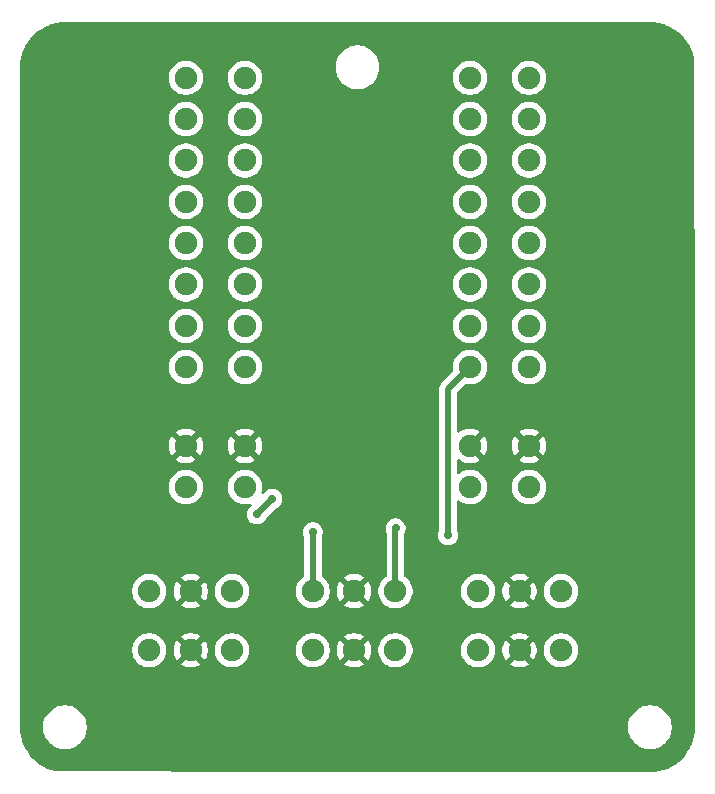
<source format=gbl>
G04 #@! TF.GenerationSoftware,KiCad,Pcbnew,9.0.0*
G04 #@! TF.CreationDate,2025-02-28T23:24:18-08:00*
G04 #@! TF.ProjectId,Constellation STAR UAF V1.1,436f6e73-7465-46c6-9c61-74696f6e2053,rev?*
G04 #@! TF.SameCoordinates,Original*
G04 #@! TF.FileFunction,Copper,L2,Bot*
G04 #@! TF.FilePolarity,Positive*
%FSLAX46Y46*%
G04 Gerber Fmt 4.6, Leading zero omitted, Abs format (unit mm)*
G04 Created by KiCad (PCBNEW 9.0.0) date 2025-02-28 23:24:18*
%MOMM*%
%LPD*%
G01*
G04 APERTURE LIST*
G04 #@! TA.AperFunction,ComponentPad*
%ADD10C,1.900000*%
G04 #@! TD*
G04 #@! TA.AperFunction,ViaPad*
%ADD11C,0.700000*%
G04 #@! TD*
G04 #@! TA.AperFunction,ViaPad*
%ADD12C,1.000000*%
G04 #@! TD*
G04 #@! TA.AperFunction,Conductor*
%ADD13C,0.500000*%
G04 #@! TD*
G04 APERTURE END LIST*
D10*
X63500000Y-54610000D03*
X68500000Y-54610000D03*
X63500000Y-51110000D03*
X68499999Y-51109999D03*
X63500000Y-47609998D03*
X68500000Y-47609998D03*
X63500000Y-44109997D03*
X68500000Y-44109997D03*
X63500000Y-40609997D03*
X68500000Y-40609997D03*
X63500000Y-37109997D03*
X68500000Y-37109997D03*
X63500000Y-33609996D03*
X68500000Y-33609996D03*
X63500000Y-30109995D03*
X68500000Y-30109995D03*
X64195000Y-73580000D03*
X64195000Y-78580000D03*
X67695000Y-73580000D03*
X67695000Y-78580000D03*
X71195001Y-73580000D03*
X71195001Y-78580000D03*
X36350000Y-73580000D03*
X36350000Y-78580000D03*
X39850000Y-73580000D03*
X39850000Y-78580000D03*
X43350001Y-73580000D03*
X43350001Y-78580000D03*
X44450000Y-61270000D03*
X39450000Y-61270000D03*
X44450000Y-64770000D03*
X39450000Y-64770000D03*
X63500000Y-64770000D03*
X68500000Y-64770000D03*
X63500000Y-61270000D03*
X68500000Y-61270000D03*
X50190000Y-73580000D03*
X50190000Y-78580000D03*
X53690000Y-73580000D03*
X53690000Y-78580000D03*
X57190001Y-73580000D03*
X57190001Y-78580000D03*
X44450000Y-30109995D03*
X39450000Y-30109995D03*
X44450000Y-33609995D03*
X39450001Y-33609996D03*
X44450000Y-37109997D03*
X39450000Y-37109997D03*
X44450000Y-40609998D03*
X39450000Y-40609998D03*
X44450000Y-44109998D03*
X39450000Y-44109998D03*
X44450000Y-47609998D03*
X39450000Y-47609998D03*
X44450000Y-51109999D03*
X39450000Y-51109999D03*
X44450000Y-54610000D03*
X39450000Y-54610000D03*
D11*
X57200000Y-68260000D03*
X54280000Y-65090000D03*
X54340000Y-54620000D03*
X52270000Y-67200000D03*
X52610000Y-60280000D03*
X56360000Y-52430000D03*
D12*
X58060000Y-58090000D03*
D11*
X50190000Y-68600000D03*
X45450926Y-67079074D03*
X46759074Y-65770926D03*
X61650000Y-68850000D03*
D13*
X57190001Y-68269999D02*
X57190001Y-73580000D01*
X57200000Y-68260000D02*
X57190001Y-68269999D01*
X50190000Y-68600000D02*
X50190000Y-73580000D01*
X46759074Y-65770926D02*
X45450926Y-67079074D01*
X61650000Y-68850000D02*
X61650000Y-56460000D01*
X61650000Y-56460000D02*
X63500000Y-54610000D01*
G04 #@! TA.AperFunction,Conductor*
G36*
X78743032Y-25400648D02*
G01*
X79073550Y-25416886D01*
X79080338Y-25417409D01*
X79158043Y-25425576D01*
X79163118Y-25426219D01*
X79451012Y-25468923D01*
X79458530Y-25470279D01*
X79529110Y-25485281D01*
X79533445Y-25486284D01*
X79822283Y-25558635D01*
X79830447Y-25560981D01*
X79888101Y-25579714D01*
X79891519Y-25580880D01*
X80183376Y-25685308D01*
X80192002Y-25688766D01*
X80228374Y-25704960D01*
X80230808Y-25706077D01*
X80530296Y-25847724D01*
X80541004Y-25853448D01*
X80851215Y-26039382D01*
X80861333Y-26046142D01*
X81151832Y-26261591D01*
X81161238Y-26269311D01*
X81429216Y-26512192D01*
X81437807Y-26520783D01*
X81642247Y-26746348D01*
X81680688Y-26788761D01*
X81688408Y-26798167D01*
X81903857Y-27088666D01*
X81910617Y-27098784D01*
X82096543Y-27408982D01*
X82102280Y-27419714D01*
X82243887Y-27719116D01*
X82245072Y-27721699D01*
X82261225Y-27757980D01*
X82264697Y-27766640D01*
X82369111Y-28058460D01*
X82370290Y-28061916D01*
X82389013Y-28119539D01*
X82391366Y-28127727D01*
X82463714Y-28416551D01*
X82464719Y-28420895D01*
X82479713Y-28491438D01*
X82481081Y-28499022D01*
X82503795Y-28652151D01*
X82505137Y-28670150D01*
X82549500Y-56906751D01*
X82549500Y-85086947D01*
X82549351Y-85093032D01*
X82533115Y-85423506D01*
X82532585Y-85430382D01*
X82524431Y-85507967D01*
X82523768Y-85513201D01*
X82481081Y-85800974D01*
X82479713Y-85808561D01*
X82464718Y-85879103D01*
X82463712Y-85883451D01*
X82391366Y-86172271D01*
X82389013Y-86180459D01*
X82370290Y-86238082D01*
X82369111Y-86241538D01*
X82264697Y-86533358D01*
X82261225Y-86542018D01*
X82245072Y-86578299D01*
X82243887Y-86580882D01*
X82102280Y-86880284D01*
X82096543Y-86891016D01*
X81910617Y-87201215D01*
X81903857Y-87211333D01*
X81688408Y-87501832D01*
X81680688Y-87511238D01*
X81437814Y-87779209D01*
X81429209Y-87787814D01*
X81161238Y-88030688D01*
X81151832Y-88038408D01*
X80861333Y-88253857D01*
X80851215Y-88260617D01*
X80541016Y-88446543D01*
X80530284Y-88452280D01*
X80230882Y-88593887D01*
X80228299Y-88595072D01*
X80192018Y-88611225D01*
X80183358Y-88614697D01*
X79891538Y-88719111D01*
X79888082Y-88720290D01*
X79830459Y-88739013D01*
X79822271Y-88741366D01*
X79533451Y-88813712D01*
X79529103Y-88814718D01*
X79458561Y-88829713D01*
X79450974Y-88831081D01*
X79163201Y-88873768D01*
X79157967Y-88874431D01*
X79080382Y-88882585D01*
X79073506Y-88883115D01*
X78743033Y-88899351D01*
X78736948Y-88899500D01*
X48165913Y-88899500D01*
X48165372Y-88899499D01*
X48109277Y-88899253D01*
X28429414Y-88813239D01*
X28399826Y-88809524D01*
X28127727Y-88741366D01*
X28119539Y-88739013D01*
X28061916Y-88720290D01*
X28058460Y-88719111D01*
X27766640Y-88614697D01*
X27757980Y-88611225D01*
X27721699Y-88595072D01*
X27719116Y-88593887D01*
X27419714Y-88452280D01*
X27408982Y-88446543D01*
X27098784Y-88260617D01*
X27088666Y-88253857D01*
X26798167Y-88038408D01*
X26788761Y-88030688D01*
X26746348Y-87992247D01*
X26520783Y-87787807D01*
X26512192Y-87779216D01*
X26269311Y-87511238D01*
X26261591Y-87501832D01*
X26046142Y-87211333D01*
X26039382Y-87201215D01*
X25883115Y-86940500D01*
X25853448Y-86891004D01*
X25847724Y-86880296D01*
X25706077Y-86580808D01*
X25704960Y-86578374D01*
X25688766Y-86542002D01*
X25685308Y-86533376D01*
X25580880Y-86241519D01*
X25579708Y-86238082D01*
X25560985Y-86180459D01*
X25558632Y-86172271D01*
X25545612Y-86120293D01*
X25486284Y-85883445D01*
X25485280Y-85879103D01*
X25470279Y-85808530D01*
X25468923Y-85801012D01*
X25426219Y-85513118D01*
X25425576Y-85508043D01*
X25417409Y-85430338D01*
X25416886Y-85423550D01*
X25400648Y-85093032D01*
X25400500Y-85086949D01*
X25400500Y-84968711D01*
X27359500Y-84968711D01*
X27359500Y-85211288D01*
X27391161Y-85451785D01*
X27453947Y-85686104D01*
X27501528Y-85800974D01*
X27546776Y-85910212D01*
X27668064Y-86120289D01*
X27668066Y-86120292D01*
X27668067Y-86120293D01*
X27815733Y-86312736D01*
X27815739Y-86312743D01*
X27987256Y-86484260D01*
X27987262Y-86484265D01*
X28179711Y-86631936D01*
X28389788Y-86753224D01*
X28613900Y-86846054D01*
X28848211Y-86908838D01*
X29028586Y-86932584D01*
X29088711Y-86940500D01*
X29088712Y-86940500D01*
X29331289Y-86940500D01*
X29379388Y-86934167D01*
X29571789Y-86908838D01*
X29806100Y-86846054D01*
X30030212Y-86753224D01*
X30240289Y-86631936D01*
X30432738Y-86484265D01*
X30604265Y-86312738D01*
X30751936Y-86120289D01*
X30873224Y-85910212D01*
X30966054Y-85686100D01*
X31028838Y-85451789D01*
X31060500Y-85211288D01*
X31060500Y-84968712D01*
X31060500Y-84968711D01*
X76889500Y-84968711D01*
X76889500Y-85211288D01*
X76921161Y-85451785D01*
X76983947Y-85686104D01*
X77031528Y-85800974D01*
X77076776Y-85910212D01*
X77198064Y-86120289D01*
X77198066Y-86120292D01*
X77198067Y-86120293D01*
X77345733Y-86312736D01*
X77345739Y-86312743D01*
X77517256Y-86484260D01*
X77517262Y-86484265D01*
X77709711Y-86631936D01*
X77919788Y-86753224D01*
X78143900Y-86846054D01*
X78378211Y-86908838D01*
X78558586Y-86932584D01*
X78618711Y-86940500D01*
X78618712Y-86940500D01*
X78861289Y-86940500D01*
X78909388Y-86934167D01*
X79101789Y-86908838D01*
X79336100Y-86846054D01*
X79560212Y-86753224D01*
X79770289Y-86631936D01*
X79962738Y-86484265D01*
X80134265Y-86312738D01*
X80281936Y-86120289D01*
X80403224Y-85910212D01*
X80496054Y-85686100D01*
X80558838Y-85451789D01*
X80590500Y-85211288D01*
X80590500Y-84968712D01*
X80558838Y-84728211D01*
X80496054Y-84493900D01*
X80403224Y-84269788D01*
X80281936Y-84059711D01*
X80134265Y-83867262D01*
X80134260Y-83867256D01*
X79962743Y-83695739D01*
X79962736Y-83695733D01*
X79770293Y-83548067D01*
X79770292Y-83548066D01*
X79770289Y-83548064D01*
X79560212Y-83426776D01*
X79560205Y-83426773D01*
X79336104Y-83333947D01*
X79101785Y-83271161D01*
X78861289Y-83239500D01*
X78861288Y-83239500D01*
X78618712Y-83239500D01*
X78618711Y-83239500D01*
X78378214Y-83271161D01*
X78143895Y-83333947D01*
X77919794Y-83426773D01*
X77919785Y-83426777D01*
X77709706Y-83548067D01*
X77517263Y-83695733D01*
X77517256Y-83695739D01*
X77345739Y-83867256D01*
X77345733Y-83867263D01*
X77198067Y-84059706D01*
X77076777Y-84269785D01*
X77076773Y-84269794D01*
X76983947Y-84493895D01*
X76921161Y-84728214D01*
X76889500Y-84968711D01*
X31060500Y-84968711D01*
X31028838Y-84728211D01*
X30966054Y-84493900D01*
X30873224Y-84269788D01*
X30751936Y-84059711D01*
X30604265Y-83867262D01*
X30604260Y-83867256D01*
X30432743Y-83695739D01*
X30432736Y-83695733D01*
X30240293Y-83548067D01*
X30240292Y-83548066D01*
X30240289Y-83548064D01*
X30030212Y-83426776D01*
X30030205Y-83426773D01*
X29806104Y-83333947D01*
X29571785Y-83271161D01*
X29331289Y-83239500D01*
X29331288Y-83239500D01*
X29088712Y-83239500D01*
X29088711Y-83239500D01*
X28848214Y-83271161D01*
X28613895Y-83333947D01*
X28389794Y-83426773D01*
X28389785Y-83426777D01*
X28179706Y-83548067D01*
X27987263Y-83695733D01*
X27987256Y-83695739D01*
X27815739Y-83867256D01*
X27815733Y-83867263D01*
X27668067Y-84059706D01*
X27546777Y-84269785D01*
X27546773Y-84269794D01*
X27453947Y-84493895D01*
X27391161Y-84728214D01*
X27359500Y-84968711D01*
X25400500Y-84968711D01*
X25400500Y-78465837D01*
X34899500Y-78465837D01*
X34899500Y-78694162D01*
X34935215Y-78919660D01*
X35005770Y-79136803D01*
X35109288Y-79339966D01*
X35109421Y-79340228D01*
X35243621Y-79524937D01*
X35405063Y-79686379D01*
X35589772Y-79820579D01*
X35685884Y-79869550D01*
X35793196Y-79924229D01*
X35793198Y-79924229D01*
X35793201Y-79924231D01*
X35909592Y-79962049D01*
X36010339Y-79994784D01*
X36235838Y-80030500D01*
X36235843Y-80030500D01*
X36464162Y-80030500D01*
X36689660Y-79994784D01*
X36691165Y-79994295D01*
X36906799Y-79924231D01*
X37110228Y-79820579D01*
X37294937Y-79686379D01*
X37456379Y-79524937D01*
X37590579Y-79340228D01*
X37694231Y-79136799D01*
X37764784Y-78919660D01*
X37764802Y-78919544D01*
X37800500Y-78694162D01*
X37800500Y-78465883D01*
X38400000Y-78465883D01*
X38400000Y-78694116D01*
X38435704Y-78919544D01*
X38506230Y-79136604D01*
X38609851Y-79339969D01*
X38663135Y-79413309D01*
X38663137Y-79413309D01*
X39285387Y-78791059D01*
X39290889Y-78811591D01*
X39369881Y-78948408D01*
X39481592Y-79060119D01*
X39618409Y-79139111D01*
X39638939Y-79144612D01*
X39016688Y-79766862D01*
X39016689Y-79766863D01*
X39090030Y-79820148D01*
X39293395Y-79923769D01*
X39510455Y-79994295D01*
X39735884Y-80030000D01*
X39964116Y-80030000D01*
X40189544Y-79994295D01*
X40406604Y-79923769D01*
X40609966Y-79820150D01*
X40683309Y-79766862D01*
X40683310Y-79766862D01*
X40061059Y-79144612D01*
X40081591Y-79139111D01*
X40218408Y-79060119D01*
X40330119Y-78948408D01*
X40409111Y-78811591D01*
X40414612Y-78791059D01*
X41036862Y-79413310D01*
X41036862Y-79413309D01*
X41090150Y-79339966D01*
X41193769Y-79136604D01*
X41264295Y-78919544D01*
X41300000Y-78694116D01*
X41300000Y-78465883D01*
X41299993Y-78465837D01*
X41899501Y-78465837D01*
X41899501Y-78694162D01*
X41935216Y-78919660D01*
X42005771Y-79136803D01*
X42109289Y-79339966D01*
X42109422Y-79340228D01*
X42243622Y-79524937D01*
X42405064Y-79686379D01*
X42589773Y-79820579D01*
X42685885Y-79869550D01*
X42793197Y-79924229D01*
X42793199Y-79924229D01*
X42793202Y-79924231D01*
X42909593Y-79962049D01*
X43010340Y-79994784D01*
X43235839Y-80030500D01*
X43235844Y-80030500D01*
X43464163Y-80030500D01*
X43689661Y-79994784D01*
X43691166Y-79994295D01*
X43906800Y-79924231D01*
X44110229Y-79820579D01*
X44294938Y-79686379D01*
X44456380Y-79524937D01*
X44590580Y-79340228D01*
X44694232Y-79136799D01*
X44764785Y-78919660D01*
X44764803Y-78919544D01*
X44800501Y-78694162D01*
X44800501Y-78465837D01*
X48739500Y-78465837D01*
X48739500Y-78694162D01*
X48775215Y-78919660D01*
X48845770Y-79136803D01*
X48949288Y-79339966D01*
X48949421Y-79340228D01*
X49083621Y-79524937D01*
X49245063Y-79686379D01*
X49429772Y-79820579D01*
X49525884Y-79869550D01*
X49633196Y-79924229D01*
X49633198Y-79924229D01*
X49633201Y-79924231D01*
X49749592Y-79962049D01*
X49850339Y-79994784D01*
X50075838Y-80030500D01*
X50075843Y-80030500D01*
X50304162Y-80030500D01*
X50529660Y-79994784D01*
X50531165Y-79994295D01*
X50746799Y-79924231D01*
X50950228Y-79820579D01*
X51134937Y-79686379D01*
X51296379Y-79524937D01*
X51430579Y-79340228D01*
X51534231Y-79136799D01*
X51604784Y-78919660D01*
X51604802Y-78919544D01*
X51640500Y-78694162D01*
X51640500Y-78465883D01*
X52240000Y-78465883D01*
X52240000Y-78694116D01*
X52275704Y-78919544D01*
X52346230Y-79136604D01*
X52449851Y-79339969D01*
X52503135Y-79413309D01*
X52503137Y-79413309D01*
X53125387Y-78791059D01*
X53130889Y-78811591D01*
X53209881Y-78948408D01*
X53321592Y-79060119D01*
X53458409Y-79139111D01*
X53478939Y-79144612D01*
X52856688Y-79766862D01*
X52856689Y-79766863D01*
X52930030Y-79820148D01*
X53133395Y-79923769D01*
X53350455Y-79994295D01*
X53575884Y-80030000D01*
X53804116Y-80030000D01*
X54029544Y-79994295D01*
X54246604Y-79923769D01*
X54449966Y-79820150D01*
X54523309Y-79766862D01*
X54523310Y-79766862D01*
X53901059Y-79144612D01*
X53921591Y-79139111D01*
X54058408Y-79060119D01*
X54170119Y-78948408D01*
X54249111Y-78811591D01*
X54254612Y-78791059D01*
X54876862Y-79413310D01*
X54876862Y-79413309D01*
X54930150Y-79339966D01*
X55033769Y-79136604D01*
X55104295Y-78919544D01*
X55140000Y-78694116D01*
X55140000Y-78465883D01*
X55139993Y-78465837D01*
X55739501Y-78465837D01*
X55739501Y-78694162D01*
X55775216Y-78919660D01*
X55845771Y-79136803D01*
X55949289Y-79339966D01*
X55949422Y-79340228D01*
X56083622Y-79524937D01*
X56245064Y-79686379D01*
X56429773Y-79820579D01*
X56525885Y-79869550D01*
X56633197Y-79924229D01*
X56633199Y-79924229D01*
X56633202Y-79924231D01*
X56749593Y-79962049D01*
X56850340Y-79994784D01*
X57075839Y-80030500D01*
X57075844Y-80030500D01*
X57304163Y-80030500D01*
X57529661Y-79994784D01*
X57531166Y-79994295D01*
X57746800Y-79924231D01*
X57950229Y-79820579D01*
X58134938Y-79686379D01*
X58296380Y-79524937D01*
X58430580Y-79340228D01*
X58534232Y-79136799D01*
X58604785Y-78919660D01*
X58604803Y-78919544D01*
X58640501Y-78694162D01*
X58640501Y-78465837D01*
X62744500Y-78465837D01*
X62744500Y-78694162D01*
X62780215Y-78919660D01*
X62850770Y-79136803D01*
X62954288Y-79339966D01*
X62954421Y-79340228D01*
X63088621Y-79524937D01*
X63250063Y-79686379D01*
X63434772Y-79820579D01*
X63530884Y-79869550D01*
X63638196Y-79924229D01*
X63638198Y-79924229D01*
X63638201Y-79924231D01*
X63754592Y-79962049D01*
X63855339Y-79994784D01*
X64080838Y-80030500D01*
X64080843Y-80030500D01*
X64309162Y-80030500D01*
X64534660Y-79994784D01*
X64536165Y-79994295D01*
X64751799Y-79924231D01*
X64955228Y-79820579D01*
X65139937Y-79686379D01*
X65301379Y-79524937D01*
X65435579Y-79340228D01*
X65539231Y-79136799D01*
X65609784Y-78919660D01*
X65609802Y-78919544D01*
X65645500Y-78694162D01*
X65645500Y-78465883D01*
X66245000Y-78465883D01*
X66245000Y-78694116D01*
X66280704Y-78919544D01*
X66351230Y-79136604D01*
X66454851Y-79339969D01*
X66508135Y-79413309D01*
X66508137Y-79413309D01*
X67130387Y-78791058D01*
X67135889Y-78811591D01*
X67214881Y-78948408D01*
X67326592Y-79060119D01*
X67463409Y-79139111D01*
X67483939Y-79144612D01*
X66861688Y-79766862D01*
X66861689Y-79766863D01*
X66935030Y-79820148D01*
X67138395Y-79923769D01*
X67355455Y-79994295D01*
X67580884Y-80030000D01*
X67809116Y-80030000D01*
X68034544Y-79994295D01*
X68251604Y-79923769D01*
X68454966Y-79820150D01*
X68528309Y-79766862D01*
X68528310Y-79766862D01*
X67906059Y-79144612D01*
X67926591Y-79139111D01*
X68063408Y-79060119D01*
X68175119Y-78948408D01*
X68254111Y-78811591D01*
X68259612Y-78791060D01*
X68881862Y-79413310D01*
X68881862Y-79413309D01*
X68935150Y-79339966D01*
X69038769Y-79136604D01*
X69109295Y-78919544D01*
X69145000Y-78694116D01*
X69145000Y-78465883D01*
X69144993Y-78465837D01*
X69744501Y-78465837D01*
X69744501Y-78694162D01*
X69780216Y-78919660D01*
X69850771Y-79136803D01*
X69954289Y-79339966D01*
X69954422Y-79340228D01*
X70088622Y-79524937D01*
X70250064Y-79686379D01*
X70434773Y-79820579D01*
X70530885Y-79869550D01*
X70638197Y-79924229D01*
X70638199Y-79924229D01*
X70638202Y-79924231D01*
X70754593Y-79962049D01*
X70855340Y-79994784D01*
X71080839Y-80030500D01*
X71080844Y-80030500D01*
X71309163Y-80030500D01*
X71534661Y-79994784D01*
X71536166Y-79994295D01*
X71751800Y-79924231D01*
X71955229Y-79820579D01*
X72139938Y-79686379D01*
X72301380Y-79524937D01*
X72435580Y-79340228D01*
X72539232Y-79136799D01*
X72609785Y-78919660D01*
X72609803Y-78919544D01*
X72645501Y-78694162D01*
X72645501Y-78465837D01*
X72609785Y-78240339D01*
X72539230Y-78023196D01*
X72435714Y-77820035D01*
X72435580Y-77819772D01*
X72301380Y-77635063D01*
X72139938Y-77473621D01*
X71955229Y-77339421D01*
X71751804Y-77235770D01*
X71534661Y-77165215D01*
X71309163Y-77129500D01*
X71309158Y-77129500D01*
X71080844Y-77129500D01*
X71080839Y-77129500D01*
X70855340Y-77165215D01*
X70638197Y-77235770D01*
X70434772Y-77339421D01*
X70250062Y-77473622D01*
X70088623Y-77635061D01*
X69954422Y-77819771D01*
X69850771Y-78023196D01*
X69780216Y-78240339D01*
X69744501Y-78465837D01*
X69144993Y-78465837D01*
X69109295Y-78240455D01*
X69038769Y-78023395D01*
X68935148Y-77820030D01*
X68881863Y-77746689D01*
X68881862Y-77746688D01*
X68259612Y-78368939D01*
X68254111Y-78348409D01*
X68175119Y-78211592D01*
X68063408Y-78099881D01*
X67926591Y-78020889D01*
X67906058Y-78015387D01*
X68528309Y-77393137D01*
X68528309Y-77393135D01*
X68454969Y-77339851D01*
X68251604Y-77236230D01*
X68034544Y-77165704D01*
X67809116Y-77130000D01*
X67580884Y-77130000D01*
X67355455Y-77165704D01*
X67138395Y-77236230D01*
X66935035Y-77339848D01*
X66935033Y-77339849D01*
X66861689Y-77393135D01*
X66861689Y-77393136D01*
X67483941Y-78015387D01*
X67463409Y-78020889D01*
X67326592Y-78099881D01*
X67214881Y-78211592D01*
X67135889Y-78348409D01*
X67130387Y-78368940D01*
X66508136Y-77746689D01*
X66508135Y-77746689D01*
X66454849Y-77820033D01*
X66454848Y-77820035D01*
X66351230Y-78023395D01*
X66280704Y-78240455D01*
X66245000Y-78465883D01*
X65645500Y-78465883D01*
X65645500Y-78465837D01*
X65609784Y-78240339D01*
X65539229Y-78023196D01*
X65435713Y-77820035D01*
X65435579Y-77819772D01*
X65301379Y-77635063D01*
X65139937Y-77473621D01*
X64955228Y-77339421D01*
X64751803Y-77235770D01*
X64534660Y-77165215D01*
X64309162Y-77129500D01*
X64309157Y-77129500D01*
X64080843Y-77129500D01*
X64080838Y-77129500D01*
X63855339Y-77165215D01*
X63638196Y-77235770D01*
X63434771Y-77339421D01*
X63250061Y-77473622D01*
X63088622Y-77635061D01*
X62954421Y-77819771D01*
X62850770Y-78023196D01*
X62780215Y-78240339D01*
X62744500Y-78465837D01*
X58640501Y-78465837D01*
X58604785Y-78240339D01*
X58534230Y-78023196D01*
X58430714Y-77820035D01*
X58430580Y-77819772D01*
X58296380Y-77635063D01*
X58134938Y-77473621D01*
X57950229Y-77339421D01*
X57746804Y-77235770D01*
X57529661Y-77165215D01*
X57304163Y-77129500D01*
X57304158Y-77129500D01*
X57075844Y-77129500D01*
X57075839Y-77129500D01*
X56850340Y-77165215D01*
X56633197Y-77235770D01*
X56429772Y-77339421D01*
X56245062Y-77473622D01*
X56083623Y-77635061D01*
X55949422Y-77819771D01*
X55845771Y-78023196D01*
X55775216Y-78240339D01*
X55739501Y-78465837D01*
X55139993Y-78465837D01*
X55104295Y-78240455D01*
X55033769Y-78023395D01*
X54930148Y-77820030D01*
X54876863Y-77746689D01*
X54876862Y-77746688D01*
X54254612Y-78368939D01*
X54249111Y-78348409D01*
X54170119Y-78211592D01*
X54058408Y-78099881D01*
X53921591Y-78020889D01*
X53901058Y-78015387D01*
X54523309Y-77393137D01*
X54523309Y-77393135D01*
X54449969Y-77339851D01*
X54246604Y-77236230D01*
X54029544Y-77165704D01*
X53804116Y-77130000D01*
X53575884Y-77130000D01*
X53350455Y-77165704D01*
X53133395Y-77236230D01*
X52930035Y-77339848D01*
X52930033Y-77339849D01*
X52856689Y-77393135D01*
X52856689Y-77393136D01*
X53478941Y-78015387D01*
X53458409Y-78020889D01*
X53321592Y-78099881D01*
X53209881Y-78211592D01*
X53130889Y-78348409D01*
X53125387Y-78368940D01*
X52503136Y-77746689D01*
X52503135Y-77746689D01*
X52449849Y-77820033D01*
X52449848Y-77820035D01*
X52346230Y-78023395D01*
X52275704Y-78240455D01*
X52240000Y-78465883D01*
X51640500Y-78465883D01*
X51640500Y-78465837D01*
X51604784Y-78240339D01*
X51534229Y-78023196D01*
X51430713Y-77820035D01*
X51430579Y-77819772D01*
X51296379Y-77635063D01*
X51134937Y-77473621D01*
X50950228Y-77339421D01*
X50746803Y-77235770D01*
X50529660Y-77165215D01*
X50304162Y-77129500D01*
X50304157Y-77129500D01*
X50075843Y-77129500D01*
X50075838Y-77129500D01*
X49850339Y-77165215D01*
X49633196Y-77235770D01*
X49429771Y-77339421D01*
X49245061Y-77473622D01*
X49083622Y-77635061D01*
X48949421Y-77819771D01*
X48845770Y-78023196D01*
X48775215Y-78240339D01*
X48739500Y-78465837D01*
X44800501Y-78465837D01*
X44764785Y-78240339D01*
X44694230Y-78023196D01*
X44590714Y-77820035D01*
X44590580Y-77819772D01*
X44456380Y-77635063D01*
X44294938Y-77473621D01*
X44110229Y-77339421D01*
X43906804Y-77235770D01*
X43689661Y-77165215D01*
X43464163Y-77129500D01*
X43464158Y-77129500D01*
X43235844Y-77129500D01*
X43235839Y-77129500D01*
X43010340Y-77165215D01*
X42793197Y-77235770D01*
X42589772Y-77339421D01*
X42405062Y-77473622D01*
X42243623Y-77635061D01*
X42109422Y-77819771D01*
X42005771Y-78023196D01*
X41935216Y-78240339D01*
X41899501Y-78465837D01*
X41299993Y-78465837D01*
X41264295Y-78240455D01*
X41193769Y-78023395D01*
X41090148Y-77820030D01*
X41036863Y-77746689D01*
X41036862Y-77746688D01*
X40414612Y-78368939D01*
X40409111Y-78348409D01*
X40330119Y-78211592D01*
X40218408Y-78099881D01*
X40081591Y-78020889D01*
X40061058Y-78015387D01*
X40683309Y-77393137D01*
X40683309Y-77393135D01*
X40609969Y-77339851D01*
X40406604Y-77236230D01*
X40189544Y-77165704D01*
X39964116Y-77130000D01*
X39735884Y-77130000D01*
X39510455Y-77165704D01*
X39293395Y-77236230D01*
X39090035Y-77339848D01*
X39090033Y-77339849D01*
X39016689Y-77393135D01*
X39016689Y-77393136D01*
X39638941Y-78015387D01*
X39618409Y-78020889D01*
X39481592Y-78099881D01*
X39369881Y-78211592D01*
X39290889Y-78348409D01*
X39285387Y-78368940D01*
X38663136Y-77746689D01*
X38663135Y-77746689D01*
X38609849Y-77820033D01*
X38609848Y-77820035D01*
X38506230Y-78023395D01*
X38435704Y-78240455D01*
X38400000Y-78465883D01*
X37800500Y-78465883D01*
X37800500Y-78465837D01*
X37764784Y-78240339D01*
X37694229Y-78023196D01*
X37590713Y-77820035D01*
X37590579Y-77819772D01*
X37456379Y-77635063D01*
X37294937Y-77473621D01*
X37110228Y-77339421D01*
X36906803Y-77235770D01*
X36689660Y-77165215D01*
X36464162Y-77129500D01*
X36464157Y-77129500D01*
X36235843Y-77129500D01*
X36235838Y-77129500D01*
X36010339Y-77165215D01*
X35793196Y-77235770D01*
X35589771Y-77339421D01*
X35405061Y-77473622D01*
X35243622Y-77635061D01*
X35109421Y-77819771D01*
X35005770Y-78023196D01*
X34935215Y-78240339D01*
X34899500Y-78465837D01*
X25400500Y-78465837D01*
X25400500Y-73465837D01*
X34899500Y-73465837D01*
X34899500Y-73694162D01*
X34935215Y-73919660D01*
X35005770Y-74136803D01*
X35109288Y-74339966D01*
X35109421Y-74340228D01*
X35243621Y-74524937D01*
X35405063Y-74686379D01*
X35589772Y-74820579D01*
X35685884Y-74869550D01*
X35793196Y-74924229D01*
X35793198Y-74924229D01*
X35793201Y-74924231D01*
X35909592Y-74962049D01*
X36010339Y-74994784D01*
X36235838Y-75030500D01*
X36235843Y-75030500D01*
X36464162Y-75030500D01*
X36689660Y-74994784D01*
X36691165Y-74994295D01*
X36906799Y-74924231D01*
X37110228Y-74820579D01*
X37294937Y-74686379D01*
X37456379Y-74524937D01*
X37590579Y-74340228D01*
X37694231Y-74136799D01*
X37764784Y-73919660D01*
X37764802Y-73919544D01*
X37800500Y-73694162D01*
X37800500Y-73465883D01*
X38400000Y-73465883D01*
X38400000Y-73694116D01*
X38435704Y-73919544D01*
X38506230Y-74136604D01*
X38609851Y-74339969D01*
X38663135Y-74413309D01*
X38663137Y-74413309D01*
X39285387Y-73791059D01*
X39290889Y-73811591D01*
X39369881Y-73948408D01*
X39481592Y-74060119D01*
X39618409Y-74139111D01*
X39638939Y-74144612D01*
X39016688Y-74766862D01*
X39016689Y-74766863D01*
X39090030Y-74820148D01*
X39293395Y-74923769D01*
X39510455Y-74994295D01*
X39735884Y-75030000D01*
X39964116Y-75030000D01*
X40189544Y-74994295D01*
X40406604Y-74923769D01*
X40609966Y-74820150D01*
X40683309Y-74766862D01*
X40683310Y-74766862D01*
X40061059Y-74144612D01*
X40081591Y-74139111D01*
X40218408Y-74060119D01*
X40330119Y-73948408D01*
X40409111Y-73811591D01*
X40414612Y-73791059D01*
X41036862Y-74413310D01*
X41036862Y-74413309D01*
X41090150Y-74339966D01*
X41193769Y-74136604D01*
X41264295Y-73919544D01*
X41300000Y-73694116D01*
X41300000Y-73465883D01*
X41299993Y-73465837D01*
X41899501Y-73465837D01*
X41899501Y-73694162D01*
X41935216Y-73919660D01*
X42005771Y-74136803D01*
X42109289Y-74339966D01*
X42109422Y-74340228D01*
X42243622Y-74524937D01*
X42405064Y-74686379D01*
X42589773Y-74820579D01*
X42685885Y-74869550D01*
X42793197Y-74924229D01*
X42793199Y-74924229D01*
X42793202Y-74924231D01*
X42909593Y-74962049D01*
X43010340Y-74994784D01*
X43235839Y-75030500D01*
X43235844Y-75030500D01*
X43464163Y-75030500D01*
X43689661Y-74994784D01*
X43691166Y-74994295D01*
X43906800Y-74924231D01*
X44110229Y-74820579D01*
X44294938Y-74686379D01*
X44456380Y-74524937D01*
X44590580Y-74340228D01*
X44694232Y-74136799D01*
X44764785Y-73919660D01*
X44764803Y-73919544D01*
X44800501Y-73694162D01*
X44800501Y-73465837D01*
X48739500Y-73465837D01*
X48739500Y-73694162D01*
X48775215Y-73919660D01*
X48845770Y-74136803D01*
X48949288Y-74339966D01*
X48949421Y-74340228D01*
X49083621Y-74524937D01*
X49245063Y-74686379D01*
X49429772Y-74820579D01*
X49525884Y-74869550D01*
X49633196Y-74924229D01*
X49633198Y-74924229D01*
X49633201Y-74924231D01*
X49749592Y-74962049D01*
X49850339Y-74994784D01*
X50075838Y-75030500D01*
X50075843Y-75030500D01*
X50304162Y-75030500D01*
X50529660Y-74994784D01*
X50531165Y-74994295D01*
X50746799Y-74924231D01*
X50950228Y-74820579D01*
X51134937Y-74686379D01*
X51296379Y-74524937D01*
X51430579Y-74340228D01*
X51534231Y-74136799D01*
X51604784Y-73919660D01*
X51604802Y-73919544D01*
X51640500Y-73694162D01*
X51640500Y-73465883D01*
X52240000Y-73465883D01*
X52240000Y-73694116D01*
X52275704Y-73919544D01*
X52346230Y-74136604D01*
X52449851Y-74339969D01*
X52503135Y-74413309D01*
X52503137Y-74413309D01*
X53125387Y-73791059D01*
X53130889Y-73811591D01*
X53209881Y-73948408D01*
X53321592Y-74060119D01*
X53458409Y-74139111D01*
X53478939Y-74144612D01*
X52856688Y-74766862D01*
X52856689Y-74766863D01*
X52930030Y-74820148D01*
X53133395Y-74923769D01*
X53350455Y-74994295D01*
X53575884Y-75030000D01*
X53804116Y-75030000D01*
X54029544Y-74994295D01*
X54246604Y-74923769D01*
X54449966Y-74820150D01*
X54523309Y-74766862D01*
X54523310Y-74766862D01*
X53901059Y-74144612D01*
X53921591Y-74139111D01*
X54058408Y-74060119D01*
X54170119Y-73948408D01*
X54249111Y-73811591D01*
X54254612Y-73791059D01*
X54876862Y-74413310D01*
X54876862Y-74413309D01*
X54930150Y-74339966D01*
X55033769Y-74136604D01*
X55104295Y-73919544D01*
X55140000Y-73694116D01*
X55140000Y-73465883D01*
X55139993Y-73465837D01*
X55739501Y-73465837D01*
X55739501Y-73694162D01*
X55775216Y-73919660D01*
X55845771Y-74136803D01*
X55949289Y-74339966D01*
X55949422Y-74340228D01*
X56083622Y-74524937D01*
X56245064Y-74686379D01*
X56429773Y-74820579D01*
X56525885Y-74869550D01*
X56633197Y-74924229D01*
X56633199Y-74924229D01*
X56633202Y-74924231D01*
X56749593Y-74962049D01*
X56850340Y-74994784D01*
X57075839Y-75030500D01*
X57075844Y-75030500D01*
X57304163Y-75030500D01*
X57529661Y-74994784D01*
X57531166Y-74994295D01*
X57746800Y-74924231D01*
X57950229Y-74820579D01*
X58134938Y-74686379D01*
X58296380Y-74524937D01*
X58430580Y-74340228D01*
X58534232Y-74136799D01*
X58604785Y-73919660D01*
X58604803Y-73919544D01*
X58640501Y-73694162D01*
X58640501Y-73465837D01*
X62744500Y-73465837D01*
X62744500Y-73694162D01*
X62780215Y-73919660D01*
X62850770Y-74136803D01*
X62954288Y-74339966D01*
X62954421Y-74340228D01*
X63088621Y-74524937D01*
X63250063Y-74686379D01*
X63434772Y-74820579D01*
X63530884Y-74869550D01*
X63638196Y-74924229D01*
X63638198Y-74924229D01*
X63638201Y-74924231D01*
X63754592Y-74962049D01*
X63855339Y-74994784D01*
X64080838Y-75030500D01*
X64080843Y-75030500D01*
X64309162Y-75030500D01*
X64534660Y-74994784D01*
X64536165Y-74994295D01*
X64751799Y-74924231D01*
X64955228Y-74820579D01*
X65139937Y-74686379D01*
X65301379Y-74524937D01*
X65435579Y-74340228D01*
X65539231Y-74136799D01*
X65609784Y-73919660D01*
X65609802Y-73919544D01*
X65645500Y-73694162D01*
X65645500Y-73465883D01*
X66245000Y-73465883D01*
X66245000Y-73694116D01*
X66280704Y-73919544D01*
X66351230Y-74136604D01*
X66454851Y-74339969D01*
X66508135Y-74413309D01*
X66508137Y-74413309D01*
X67130387Y-73791058D01*
X67135889Y-73811591D01*
X67214881Y-73948408D01*
X67326592Y-74060119D01*
X67463409Y-74139111D01*
X67483939Y-74144612D01*
X66861688Y-74766862D01*
X66861689Y-74766863D01*
X66935030Y-74820148D01*
X67138395Y-74923769D01*
X67355455Y-74994295D01*
X67580884Y-75030000D01*
X67809116Y-75030000D01*
X68034544Y-74994295D01*
X68251604Y-74923769D01*
X68454966Y-74820150D01*
X68528309Y-74766862D01*
X68528310Y-74766862D01*
X67906059Y-74144612D01*
X67926591Y-74139111D01*
X68063408Y-74060119D01*
X68175119Y-73948408D01*
X68254111Y-73811591D01*
X68259612Y-73791060D01*
X68881862Y-74413310D01*
X68881862Y-74413309D01*
X68935150Y-74339966D01*
X69038769Y-74136604D01*
X69109295Y-73919544D01*
X69145000Y-73694116D01*
X69145000Y-73465883D01*
X69144993Y-73465837D01*
X69744501Y-73465837D01*
X69744501Y-73694162D01*
X69780216Y-73919660D01*
X69850771Y-74136803D01*
X69954289Y-74339966D01*
X69954422Y-74340228D01*
X70088622Y-74524937D01*
X70250064Y-74686379D01*
X70434773Y-74820579D01*
X70530885Y-74869550D01*
X70638197Y-74924229D01*
X70638199Y-74924229D01*
X70638202Y-74924231D01*
X70754593Y-74962049D01*
X70855340Y-74994784D01*
X71080839Y-75030500D01*
X71080844Y-75030500D01*
X71309163Y-75030500D01*
X71534661Y-74994784D01*
X71536166Y-74994295D01*
X71751800Y-74924231D01*
X71955229Y-74820579D01*
X72139938Y-74686379D01*
X72301380Y-74524937D01*
X72435580Y-74340228D01*
X72539232Y-74136799D01*
X72609785Y-73919660D01*
X72609803Y-73919544D01*
X72645501Y-73694162D01*
X72645501Y-73465837D01*
X72609785Y-73240339D01*
X72539230Y-73023196D01*
X72435714Y-72820035D01*
X72435580Y-72819772D01*
X72301380Y-72635063D01*
X72139938Y-72473621D01*
X71955229Y-72339421D01*
X71945500Y-72334464D01*
X71751804Y-72235770D01*
X71534661Y-72165215D01*
X71309163Y-72129500D01*
X71309158Y-72129500D01*
X71080844Y-72129500D01*
X71080839Y-72129500D01*
X70855340Y-72165215D01*
X70638197Y-72235770D01*
X70434772Y-72339421D01*
X70250062Y-72473622D01*
X70088623Y-72635061D01*
X69954422Y-72819771D01*
X69850771Y-73023196D01*
X69780216Y-73240339D01*
X69744501Y-73465837D01*
X69144993Y-73465837D01*
X69109295Y-73240455D01*
X69038769Y-73023395D01*
X68935148Y-72820030D01*
X68881863Y-72746689D01*
X68881862Y-72746688D01*
X68259612Y-73368939D01*
X68254111Y-73348409D01*
X68175119Y-73211592D01*
X68063408Y-73099881D01*
X67926591Y-73020889D01*
X67906058Y-73015387D01*
X68528309Y-72393137D01*
X68528309Y-72393135D01*
X68454969Y-72339851D01*
X68251604Y-72236230D01*
X68034544Y-72165704D01*
X67809116Y-72130000D01*
X67580884Y-72130000D01*
X67355455Y-72165704D01*
X67138395Y-72236230D01*
X66935035Y-72339848D01*
X66935033Y-72339849D01*
X66861689Y-72393135D01*
X66861689Y-72393136D01*
X67483941Y-73015387D01*
X67463409Y-73020889D01*
X67326592Y-73099881D01*
X67214881Y-73211592D01*
X67135889Y-73348409D01*
X67130387Y-73368940D01*
X66508136Y-72746689D01*
X66508135Y-72746689D01*
X66454849Y-72820033D01*
X66454848Y-72820035D01*
X66351230Y-73023395D01*
X66280704Y-73240455D01*
X66245000Y-73465883D01*
X65645500Y-73465883D01*
X65645500Y-73465837D01*
X65609784Y-73240339D01*
X65539229Y-73023196D01*
X65435713Y-72820035D01*
X65435579Y-72819772D01*
X65301379Y-72635063D01*
X65139937Y-72473621D01*
X64955228Y-72339421D01*
X64945499Y-72334464D01*
X64751803Y-72235770D01*
X64534660Y-72165215D01*
X64309162Y-72129500D01*
X64309157Y-72129500D01*
X64080843Y-72129500D01*
X64080838Y-72129500D01*
X63855339Y-72165215D01*
X63638196Y-72235770D01*
X63434771Y-72339421D01*
X63250061Y-72473622D01*
X63088622Y-72635061D01*
X62954421Y-72819771D01*
X62850770Y-73023196D01*
X62780215Y-73240339D01*
X62744500Y-73465837D01*
X58640501Y-73465837D01*
X58604785Y-73240339D01*
X58534230Y-73023196D01*
X58430714Y-72820035D01*
X58430580Y-72819772D01*
X58296380Y-72635063D01*
X58134938Y-72473621D01*
X57991614Y-72369489D01*
X57948950Y-72314159D01*
X57940501Y-72269172D01*
X57940501Y-68766228D01*
X60799500Y-68766228D01*
X60799500Y-68933771D01*
X60832182Y-69098074D01*
X60832184Y-69098082D01*
X60896295Y-69252860D01*
X60989373Y-69392162D01*
X61107837Y-69510626D01*
X61200494Y-69572537D01*
X61247137Y-69603703D01*
X61401918Y-69667816D01*
X61566228Y-69700499D01*
X61566232Y-69700500D01*
X61566233Y-69700500D01*
X61733768Y-69700500D01*
X61733769Y-69700499D01*
X61898082Y-69667816D01*
X62052863Y-69603703D01*
X62192162Y-69510626D01*
X62310626Y-69392162D01*
X62403703Y-69252863D01*
X62467816Y-69098082D01*
X62500500Y-68933767D01*
X62500500Y-68766233D01*
X62467816Y-68601918D01*
X62409938Y-68462191D01*
X62400500Y-68414739D01*
X62400500Y-66007446D01*
X62420185Y-65940407D01*
X62472989Y-65894652D01*
X62542147Y-65884708D01*
X62597383Y-65907127D01*
X62739772Y-66010579D01*
X62835884Y-66059550D01*
X62943196Y-66114229D01*
X62943198Y-66114229D01*
X62943201Y-66114231D01*
X63059592Y-66152049D01*
X63160339Y-66184784D01*
X63385838Y-66220500D01*
X63385843Y-66220500D01*
X63614162Y-66220500D01*
X63839660Y-66184784D01*
X63873508Y-66173786D01*
X64056799Y-66114231D01*
X64260228Y-66010579D01*
X64444937Y-65876379D01*
X64606379Y-65714937D01*
X64740579Y-65530228D01*
X64844231Y-65326799D01*
X64914784Y-65109660D01*
X64929425Y-65017221D01*
X64950500Y-64884162D01*
X64950500Y-64655837D01*
X67049500Y-64655837D01*
X67049500Y-64884162D01*
X67085215Y-65109660D01*
X67155770Y-65326803D01*
X67255658Y-65522843D01*
X67259421Y-65530228D01*
X67393621Y-65714937D01*
X67555063Y-65876379D01*
X67739772Y-66010579D01*
X67835884Y-66059550D01*
X67943196Y-66114229D01*
X67943198Y-66114229D01*
X67943201Y-66114231D01*
X68059592Y-66152049D01*
X68160339Y-66184784D01*
X68385838Y-66220500D01*
X68385843Y-66220500D01*
X68614162Y-66220500D01*
X68839660Y-66184784D01*
X68873508Y-66173786D01*
X69056799Y-66114231D01*
X69260228Y-66010579D01*
X69444937Y-65876379D01*
X69606379Y-65714937D01*
X69740579Y-65530228D01*
X69844231Y-65326799D01*
X69914784Y-65109660D01*
X69929425Y-65017221D01*
X69950500Y-64884162D01*
X69950500Y-64655837D01*
X69914784Y-64430339D01*
X69844229Y-64213196D01*
X69740578Y-64009771D01*
X69606379Y-63825063D01*
X69444937Y-63663621D01*
X69260228Y-63529421D01*
X69056803Y-63425770D01*
X68839660Y-63355215D01*
X68614162Y-63319500D01*
X68614157Y-63319500D01*
X68385843Y-63319500D01*
X68385838Y-63319500D01*
X68160339Y-63355215D01*
X67943196Y-63425770D01*
X67739771Y-63529421D01*
X67555061Y-63663622D01*
X67393622Y-63825061D01*
X67259421Y-64009771D01*
X67155770Y-64213196D01*
X67085215Y-64430339D01*
X67049500Y-64655837D01*
X64950500Y-64655837D01*
X64914784Y-64430339D01*
X64844229Y-64213196D01*
X64740578Y-64009771D01*
X64606379Y-63825063D01*
X64444937Y-63663621D01*
X64260228Y-63529421D01*
X64056803Y-63425770D01*
X63839660Y-63355215D01*
X63614162Y-63319500D01*
X63614157Y-63319500D01*
X63385843Y-63319500D01*
X63385838Y-63319500D01*
X63160339Y-63355215D01*
X62943196Y-63425770D01*
X62739771Y-63529421D01*
X62597386Y-63632871D01*
X62531579Y-63656351D01*
X62463525Y-63640526D01*
X62414830Y-63590420D01*
X62400500Y-63532553D01*
X62400500Y-62506828D01*
X62420185Y-62439789D01*
X62472989Y-62394034D01*
X62542147Y-62384090D01*
X62597386Y-62406510D01*
X62740033Y-62510150D01*
X62943395Y-62613769D01*
X63160455Y-62684295D01*
X63385884Y-62720000D01*
X63614116Y-62720000D01*
X63839544Y-62684295D01*
X64056604Y-62613769D01*
X64259966Y-62510150D01*
X64333309Y-62456862D01*
X64333310Y-62456862D01*
X63711059Y-61834612D01*
X63731591Y-61829111D01*
X63868408Y-61750119D01*
X63980119Y-61638408D01*
X64059111Y-61501591D01*
X64064612Y-61481060D01*
X64686862Y-62103310D01*
X64686862Y-62103309D01*
X64740150Y-62029966D01*
X64843769Y-61826604D01*
X64914295Y-61609544D01*
X64950000Y-61384116D01*
X64950000Y-61155883D01*
X67050000Y-61155883D01*
X67050000Y-61384116D01*
X67085704Y-61609544D01*
X67156230Y-61826604D01*
X67259851Y-62029969D01*
X67313135Y-62103309D01*
X67313137Y-62103309D01*
X67935387Y-61481059D01*
X67940889Y-61501591D01*
X68019881Y-61638408D01*
X68131592Y-61750119D01*
X68268409Y-61829111D01*
X68288939Y-61834612D01*
X67666688Y-62456862D01*
X67666689Y-62456863D01*
X67740030Y-62510148D01*
X67943395Y-62613769D01*
X68160455Y-62684295D01*
X68385884Y-62720000D01*
X68614116Y-62720000D01*
X68839544Y-62684295D01*
X69056604Y-62613769D01*
X69259966Y-62510150D01*
X69333309Y-62456862D01*
X69333310Y-62456862D01*
X68711059Y-61834612D01*
X68731591Y-61829111D01*
X68868408Y-61750119D01*
X68980119Y-61638408D01*
X69059111Y-61501591D01*
X69064612Y-61481059D01*
X69686862Y-62103310D01*
X69686862Y-62103309D01*
X69740150Y-62029966D01*
X69843769Y-61826604D01*
X69914295Y-61609544D01*
X69950000Y-61384116D01*
X69950000Y-61155883D01*
X69914295Y-60930455D01*
X69843769Y-60713395D01*
X69740148Y-60510030D01*
X69686863Y-60436689D01*
X69686862Y-60436688D01*
X69064612Y-61058939D01*
X69059111Y-61038409D01*
X68980119Y-60901592D01*
X68868408Y-60789881D01*
X68731591Y-60710889D01*
X68711058Y-60705387D01*
X69333309Y-60083137D01*
X69333309Y-60083135D01*
X69259969Y-60029851D01*
X69056604Y-59926230D01*
X68839544Y-59855704D01*
X68614116Y-59820000D01*
X68385884Y-59820000D01*
X68160455Y-59855704D01*
X67943395Y-59926230D01*
X67740035Y-60029848D01*
X67740033Y-60029849D01*
X67666689Y-60083135D01*
X67666689Y-60083136D01*
X68288941Y-60705387D01*
X68268409Y-60710889D01*
X68131592Y-60789881D01*
X68019881Y-60901592D01*
X67940889Y-61038409D01*
X67935387Y-61058940D01*
X67313136Y-60436689D01*
X67313135Y-60436689D01*
X67259849Y-60510033D01*
X67259848Y-60510035D01*
X67156230Y-60713395D01*
X67085704Y-60930455D01*
X67050000Y-61155883D01*
X64950000Y-61155883D01*
X64914295Y-60930455D01*
X64843769Y-60713395D01*
X64740148Y-60510030D01*
X64686863Y-60436689D01*
X64686862Y-60436688D01*
X64064612Y-61058939D01*
X64059111Y-61038409D01*
X63980119Y-60901592D01*
X63868408Y-60789881D01*
X63731591Y-60710889D01*
X63711058Y-60705387D01*
X64333309Y-60083137D01*
X64333309Y-60083135D01*
X64259969Y-60029851D01*
X64056604Y-59926230D01*
X63839544Y-59855704D01*
X63614116Y-59820000D01*
X63385884Y-59820000D01*
X63160455Y-59855704D01*
X62943395Y-59926230D01*
X62740030Y-60029851D01*
X62597385Y-60133489D01*
X62531579Y-60156969D01*
X62463525Y-60141144D01*
X62414830Y-60091038D01*
X62400500Y-60033171D01*
X62400500Y-56822229D01*
X62420185Y-56755190D01*
X62436819Y-56734548D01*
X63103789Y-56067577D01*
X63165110Y-56034094D01*
X63210866Y-56032787D01*
X63385838Y-56060500D01*
X63385843Y-56060500D01*
X63614162Y-56060500D01*
X63839660Y-56024784D01*
X63850044Y-56021410D01*
X64056799Y-55954231D01*
X64260228Y-55850579D01*
X64444937Y-55716379D01*
X64606379Y-55554937D01*
X64740579Y-55370228D01*
X64844231Y-55166799D01*
X64914784Y-54949660D01*
X64922787Y-54899131D01*
X64950500Y-54724162D01*
X64950500Y-54495837D01*
X67049500Y-54495837D01*
X67049500Y-54724162D01*
X67085215Y-54949660D01*
X67155770Y-55166803D01*
X67259421Y-55370228D01*
X67393621Y-55554937D01*
X67555063Y-55716379D01*
X67739772Y-55850579D01*
X67835884Y-55899550D01*
X67943196Y-55954229D01*
X67943198Y-55954229D01*
X67943201Y-55954231D01*
X68027385Y-55981584D01*
X68160339Y-56024784D01*
X68385838Y-56060500D01*
X68385843Y-56060500D01*
X68614162Y-56060500D01*
X68839660Y-56024784D01*
X68850044Y-56021410D01*
X69056799Y-55954231D01*
X69260228Y-55850579D01*
X69444937Y-55716379D01*
X69606379Y-55554937D01*
X69740579Y-55370228D01*
X69844231Y-55166799D01*
X69914784Y-54949660D01*
X69922787Y-54899131D01*
X69950500Y-54724162D01*
X69950500Y-54495837D01*
X69914784Y-54270339D01*
X69844229Y-54053196D01*
X69740578Y-53849771D01*
X69606379Y-53665063D01*
X69444937Y-53503621D01*
X69260228Y-53369421D01*
X69056803Y-53265770D01*
X68839660Y-53195215D01*
X68614162Y-53159500D01*
X68614157Y-53159500D01*
X68385843Y-53159500D01*
X68385838Y-53159500D01*
X68160339Y-53195215D01*
X67943196Y-53265770D01*
X67739771Y-53369421D01*
X67555061Y-53503622D01*
X67393622Y-53665061D01*
X67259421Y-53849771D01*
X67155770Y-54053196D01*
X67085215Y-54270339D01*
X67049500Y-54495837D01*
X64950500Y-54495837D01*
X64914784Y-54270339D01*
X64844229Y-54053196D01*
X64740578Y-53849771D01*
X64606379Y-53665063D01*
X64444937Y-53503621D01*
X64260228Y-53369421D01*
X64056803Y-53265770D01*
X63839660Y-53195215D01*
X63614162Y-53159500D01*
X63614157Y-53159500D01*
X63385843Y-53159500D01*
X63385838Y-53159500D01*
X63160339Y-53195215D01*
X62943196Y-53265770D01*
X62739771Y-53369421D01*
X62555061Y-53503622D01*
X62393622Y-53665061D01*
X62259421Y-53849771D01*
X62155770Y-54053196D01*
X62085215Y-54270339D01*
X62049500Y-54495837D01*
X62049500Y-54724162D01*
X62077212Y-54899131D01*
X62068257Y-54968425D01*
X62042420Y-55006210D01*
X61067049Y-55981581D01*
X61017812Y-56055271D01*
X60984921Y-56104496D01*
X60984914Y-56104508D01*
X60928342Y-56241086D01*
X60928340Y-56241092D01*
X60899500Y-56386079D01*
X60899500Y-68414739D01*
X60890061Y-68462192D01*
X60832184Y-68601917D01*
X60832182Y-68601925D01*
X60799500Y-68766228D01*
X57940501Y-68766228D01*
X57940501Y-68718622D01*
X57952903Y-68669125D01*
X57951372Y-68668491D01*
X57969938Y-68623668D01*
X58017816Y-68508082D01*
X58050500Y-68343767D01*
X58050500Y-68176233D01*
X58017816Y-68011918D01*
X57953703Y-67857137D01*
X57903621Y-67782184D01*
X57860626Y-67717837D01*
X57742162Y-67599373D01*
X57602860Y-67506295D01*
X57448082Y-67442184D01*
X57448074Y-67442182D01*
X57283771Y-67409500D01*
X57283767Y-67409500D01*
X57116233Y-67409500D01*
X57116228Y-67409500D01*
X56951925Y-67442182D01*
X56951917Y-67442184D01*
X56797139Y-67506295D01*
X56657837Y-67599373D01*
X56539373Y-67717837D01*
X56446295Y-67857139D01*
X56382184Y-68011917D01*
X56382182Y-68011925D01*
X56349500Y-68176228D01*
X56349500Y-68343771D01*
X56382182Y-68508074D01*
X56382184Y-68508082D01*
X56421055Y-68601925D01*
X56430062Y-68623668D01*
X56439501Y-68671121D01*
X56439501Y-72269172D01*
X56419816Y-72336211D01*
X56388387Y-72369490D01*
X56245062Y-72473622D01*
X56083623Y-72635061D01*
X55949422Y-72819771D01*
X55845771Y-73023196D01*
X55775216Y-73240339D01*
X55739501Y-73465837D01*
X55139993Y-73465837D01*
X55104295Y-73240455D01*
X55033769Y-73023395D01*
X54930148Y-72820030D01*
X54876863Y-72746689D01*
X54876862Y-72746688D01*
X54254612Y-73368939D01*
X54249111Y-73348409D01*
X54170119Y-73211592D01*
X54058408Y-73099881D01*
X53921591Y-73020889D01*
X53901058Y-73015387D01*
X54523309Y-72393137D01*
X54523309Y-72393135D01*
X54449969Y-72339851D01*
X54246604Y-72236230D01*
X54029544Y-72165704D01*
X53804116Y-72130000D01*
X53575884Y-72130000D01*
X53350455Y-72165704D01*
X53133395Y-72236230D01*
X52930035Y-72339848D01*
X52930033Y-72339849D01*
X52856689Y-72393135D01*
X52856689Y-72393136D01*
X53478941Y-73015387D01*
X53458409Y-73020889D01*
X53321592Y-73099881D01*
X53209881Y-73211592D01*
X53130889Y-73348409D01*
X53125387Y-73368940D01*
X52503136Y-72746689D01*
X52503135Y-72746689D01*
X52449849Y-72820033D01*
X52449848Y-72820035D01*
X52346230Y-73023395D01*
X52275704Y-73240455D01*
X52240000Y-73465883D01*
X51640500Y-73465883D01*
X51640500Y-73465837D01*
X51604784Y-73240339D01*
X51534229Y-73023196D01*
X51430713Y-72820035D01*
X51430579Y-72819772D01*
X51296379Y-72635063D01*
X51134937Y-72473621D01*
X50991613Y-72369489D01*
X50948949Y-72314159D01*
X50940500Y-72269172D01*
X50940500Y-69035261D01*
X50949939Y-68987808D01*
X50972323Y-68933768D01*
X51007816Y-68848082D01*
X51040500Y-68683767D01*
X51040500Y-68516233D01*
X51007816Y-68351918D01*
X50943703Y-68197137D01*
X50912537Y-68150494D01*
X50850626Y-68057837D01*
X50732162Y-67939373D01*
X50592860Y-67846295D01*
X50438082Y-67782184D01*
X50438074Y-67782182D01*
X50273771Y-67749500D01*
X50273767Y-67749500D01*
X50106233Y-67749500D01*
X50106228Y-67749500D01*
X49941925Y-67782182D01*
X49941917Y-67782184D01*
X49787139Y-67846295D01*
X49647837Y-67939373D01*
X49529373Y-68057837D01*
X49436295Y-68197139D01*
X49372184Y-68351917D01*
X49372182Y-68351925D01*
X49339500Y-68516228D01*
X49339500Y-68683771D01*
X49372182Y-68848074D01*
X49372184Y-68848082D01*
X49430061Y-68987808D01*
X49439500Y-69035261D01*
X49439500Y-72269172D01*
X49419815Y-72336211D01*
X49388386Y-72369490D01*
X49245061Y-72473622D01*
X49083622Y-72635061D01*
X48949421Y-72819771D01*
X48845770Y-73023196D01*
X48775215Y-73240339D01*
X48739500Y-73465837D01*
X44800501Y-73465837D01*
X44764785Y-73240339D01*
X44694230Y-73023196D01*
X44590714Y-72820035D01*
X44590580Y-72819772D01*
X44456380Y-72635063D01*
X44294938Y-72473621D01*
X44110229Y-72339421D01*
X44100500Y-72334464D01*
X43906804Y-72235770D01*
X43689661Y-72165215D01*
X43464163Y-72129500D01*
X43464158Y-72129500D01*
X43235844Y-72129500D01*
X43235839Y-72129500D01*
X43010340Y-72165215D01*
X42793197Y-72235770D01*
X42589772Y-72339421D01*
X42405062Y-72473622D01*
X42243623Y-72635061D01*
X42109422Y-72819771D01*
X42005771Y-73023196D01*
X41935216Y-73240339D01*
X41899501Y-73465837D01*
X41299993Y-73465837D01*
X41264295Y-73240455D01*
X41193769Y-73023395D01*
X41090148Y-72820030D01*
X41036863Y-72746689D01*
X41036862Y-72746688D01*
X40414612Y-73368939D01*
X40409111Y-73348409D01*
X40330119Y-73211592D01*
X40218408Y-73099881D01*
X40081591Y-73020889D01*
X40061058Y-73015387D01*
X40683309Y-72393137D01*
X40683309Y-72393135D01*
X40609969Y-72339851D01*
X40406604Y-72236230D01*
X40189544Y-72165704D01*
X39964116Y-72130000D01*
X39735884Y-72130000D01*
X39510455Y-72165704D01*
X39293395Y-72236230D01*
X39090035Y-72339848D01*
X39090033Y-72339849D01*
X39016689Y-72393135D01*
X39016689Y-72393136D01*
X39638941Y-73015387D01*
X39618409Y-73020889D01*
X39481592Y-73099881D01*
X39369881Y-73211592D01*
X39290889Y-73348409D01*
X39285387Y-73368940D01*
X38663136Y-72746689D01*
X38663135Y-72746689D01*
X38609849Y-72820033D01*
X38609848Y-72820035D01*
X38506230Y-73023395D01*
X38435704Y-73240455D01*
X38400000Y-73465883D01*
X37800500Y-73465883D01*
X37800500Y-73465837D01*
X37764784Y-73240339D01*
X37694229Y-73023196D01*
X37590713Y-72820035D01*
X37590579Y-72819772D01*
X37456379Y-72635063D01*
X37294937Y-72473621D01*
X37110228Y-72339421D01*
X37100499Y-72334464D01*
X36906803Y-72235770D01*
X36689660Y-72165215D01*
X36464162Y-72129500D01*
X36464157Y-72129500D01*
X36235843Y-72129500D01*
X36235838Y-72129500D01*
X36010339Y-72165215D01*
X35793196Y-72235770D01*
X35589771Y-72339421D01*
X35405061Y-72473622D01*
X35243622Y-72635061D01*
X35109421Y-72819771D01*
X35005770Y-73023196D01*
X34935215Y-73240339D01*
X34899500Y-73465837D01*
X25400500Y-73465837D01*
X25400500Y-64655837D01*
X37999500Y-64655837D01*
X37999500Y-64884162D01*
X38035215Y-65109660D01*
X38105770Y-65326803D01*
X38205658Y-65522843D01*
X38209421Y-65530228D01*
X38343621Y-65714937D01*
X38505063Y-65876379D01*
X38689772Y-66010579D01*
X38785884Y-66059550D01*
X38893196Y-66114229D01*
X38893198Y-66114229D01*
X38893201Y-66114231D01*
X39009592Y-66152049D01*
X39110339Y-66184784D01*
X39335838Y-66220500D01*
X39335843Y-66220500D01*
X39564162Y-66220500D01*
X39789660Y-66184784D01*
X39823508Y-66173786D01*
X40006799Y-66114231D01*
X40210228Y-66010579D01*
X40394937Y-65876379D01*
X40556379Y-65714937D01*
X40690579Y-65530228D01*
X40794231Y-65326799D01*
X40864784Y-65109660D01*
X40879425Y-65017221D01*
X40900500Y-64884162D01*
X40900500Y-64655837D01*
X42999500Y-64655837D01*
X42999500Y-64884162D01*
X43035215Y-65109660D01*
X43105770Y-65326803D01*
X43205658Y-65522843D01*
X43209421Y-65530228D01*
X43343621Y-65714937D01*
X43505063Y-65876379D01*
X43689772Y-66010579D01*
X43785884Y-66059550D01*
X43893196Y-66114229D01*
X43893198Y-66114229D01*
X43893201Y-66114231D01*
X44009592Y-66152049D01*
X44110339Y-66184784D01*
X44335838Y-66220500D01*
X44335843Y-66220500D01*
X44564162Y-66220500D01*
X44789660Y-66184784D01*
X44849610Y-66165304D01*
X44919450Y-66163309D01*
X44979283Y-66199389D01*
X45010112Y-66262090D01*
X45002148Y-66331504D01*
X44957920Y-66385594D01*
X44956819Y-66386338D01*
X44908764Y-66418447D01*
X44908760Y-66418450D01*
X44790299Y-66536911D01*
X44697221Y-66676213D01*
X44633110Y-66830991D01*
X44633108Y-66830999D01*
X44600426Y-66995302D01*
X44600426Y-67162845D01*
X44633108Y-67327148D01*
X44633110Y-67327156D01*
X44697221Y-67481934D01*
X44790299Y-67621236D01*
X44908763Y-67739700D01*
X45001420Y-67801611D01*
X45048063Y-67832777D01*
X45202844Y-67896890D01*
X45367154Y-67929573D01*
X45367158Y-67929574D01*
X45367159Y-67929574D01*
X45534694Y-67929574D01*
X45534695Y-67929573D01*
X45699008Y-67896890D01*
X45853789Y-67832777D01*
X45993088Y-67739700D01*
X46111552Y-67621236D01*
X46204629Y-67481937D01*
X46262508Y-67342204D01*
X46289384Y-67301981D01*
X46981981Y-66609384D01*
X47022204Y-66582508D01*
X47161937Y-66524629D01*
X47301236Y-66431552D01*
X47419700Y-66313088D01*
X47512777Y-66173789D01*
X47576890Y-66019008D01*
X47609574Y-65854693D01*
X47609574Y-65687159D01*
X47576890Y-65522844D01*
X47512777Y-65368063D01*
X47467416Y-65300176D01*
X47419700Y-65228763D01*
X47301236Y-65110299D01*
X47161934Y-65017221D01*
X47007156Y-64953110D01*
X47007148Y-64953108D01*
X46842845Y-64920426D01*
X46842841Y-64920426D01*
X46675307Y-64920426D01*
X46675302Y-64920426D01*
X46510999Y-64953108D01*
X46510991Y-64953110D01*
X46356213Y-65017221D01*
X46216911Y-65110299D01*
X46098450Y-65228760D01*
X46098447Y-65228764D01*
X46066338Y-65276819D01*
X46012725Y-65321624D01*
X45943400Y-65330331D01*
X45880373Y-65300176D01*
X45843654Y-65240733D01*
X45844902Y-65170875D01*
X45845305Y-65169609D01*
X45864784Y-65109660D01*
X45900500Y-64884162D01*
X45900500Y-64655837D01*
X45864784Y-64430339D01*
X45794229Y-64213196D01*
X45690578Y-64009771D01*
X45556379Y-63825063D01*
X45394937Y-63663621D01*
X45210228Y-63529421D01*
X45006803Y-63425770D01*
X44789660Y-63355215D01*
X44564162Y-63319500D01*
X44564157Y-63319500D01*
X44335843Y-63319500D01*
X44335838Y-63319500D01*
X44110339Y-63355215D01*
X43893196Y-63425770D01*
X43689771Y-63529421D01*
X43505061Y-63663622D01*
X43343622Y-63825061D01*
X43209421Y-64009771D01*
X43105770Y-64213196D01*
X43035215Y-64430339D01*
X42999500Y-64655837D01*
X40900500Y-64655837D01*
X40864784Y-64430339D01*
X40794229Y-64213196D01*
X40690578Y-64009771D01*
X40556379Y-63825063D01*
X40394937Y-63663621D01*
X40210228Y-63529421D01*
X40006803Y-63425770D01*
X39789660Y-63355215D01*
X39564162Y-63319500D01*
X39564157Y-63319500D01*
X39335843Y-63319500D01*
X39335838Y-63319500D01*
X39110339Y-63355215D01*
X38893196Y-63425770D01*
X38689771Y-63529421D01*
X38505061Y-63663622D01*
X38343622Y-63825061D01*
X38209421Y-64009771D01*
X38105770Y-64213196D01*
X38035215Y-64430339D01*
X37999500Y-64655837D01*
X25400500Y-64655837D01*
X25400500Y-61155883D01*
X38000000Y-61155883D01*
X38000000Y-61384116D01*
X38035704Y-61609544D01*
X38106230Y-61826604D01*
X38209851Y-62029969D01*
X38263135Y-62103309D01*
X38263137Y-62103309D01*
X38885387Y-61481059D01*
X38890889Y-61501591D01*
X38969881Y-61638408D01*
X39081592Y-61750119D01*
X39218409Y-61829111D01*
X39238939Y-61834612D01*
X38616688Y-62456862D01*
X38616689Y-62456863D01*
X38690030Y-62510148D01*
X38893395Y-62613769D01*
X39110455Y-62684295D01*
X39335884Y-62720000D01*
X39564116Y-62720000D01*
X39789544Y-62684295D01*
X40006604Y-62613769D01*
X40209966Y-62510150D01*
X40283309Y-62456862D01*
X40283310Y-62456862D01*
X39661059Y-61834612D01*
X39681591Y-61829111D01*
X39818408Y-61750119D01*
X39930119Y-61638408D01*
X40009111Y-61501591D01*
X40014612Y-61481059D01*
X40636862Y-62103310D01*
X40636862Y-62103309D01*
X40690150Y-62029966D01*
X40793769Y-61826604D01*
X40864295Y-61609544D01*
X40900000Y-61384116D01*
X40900000Y-61155883D01*
X43000000Y-61155883D01*
X43000000Y-61384116D01*
X43035704Y-61609544D01*
X43106230Y-61826604D01*
X43209851Y-62029969D01*
X43263135Y-62103309D01*
X43263137Y-62103309D01*
X43885387Y-61481059D01*
X43890889Y-61501591D01*
X43969881Y-61638408D01*
X44081592Y-61750119D01*
X44218409Y-61829111D01*
X44238939Y-61834612D01*
X43616688Y-62456862D01*
X43616689Y-62456863D01*
X43690030Y-62510148D01*
X43893395Y-62613769D01*
X44110455Y-62684295D01*
X44335884Y-62720000D01*
X44564116Y-62720000D01*
X44789544Y-62684295D01*
X45006604Y-62613769D01*
X45209966Y-62510150D01*
X45283309Y-62456862D01*
X45283310Y-62456862D01*
X44661059Y-61834612D01*
X44681591Y-61829111D01*
X44818408Y-61750119D01*
X44930119Y-61638408D01*
X45009111Y-61501591D01*
X45014612Y-61481059D01*
X45636862Y-62103310D01*
X45636862Y-62103309D01*
X45690150Y-62029966D01*
X45793769Y-61826604D01*
X45864295Y-61609544D01*
X45900000Y-61384116D01*
X45900000Y-61155883D01*
X45864295Y-60930455D01*
X45793769Y-60713395D01*
X45690148Y-60510030D01*
X45636863Y-60436689D01*
X45636862Y-60436688D01*
X45014612Y-61058939D01*
X45009111Y-61038409D01*
X44930119Y-60901592D01*
X44818408Y-60789881D01*
X44681591Y-60710889D01*
X44661058Y-60705387D01*
X45283309Y-60083137D01*
X45283309Y-60083135D01*
X45209969Y-60029851D01*
X45006604Y-59926230D01*
X44789544Y-59855704D01*
X44564116Y-59820000D01*
X44335884Y-59820000D01*
X44110455Y-59855704D01*
X43893395Y-59926230D01*
X43690035Y-60029848D01*
X43690033Y-60029849D01*
X43616689Y-60083135D01*
X43616689Y-60083136D01*
X44238941Y-60705387D01*
X44218409Y-60710889D01*
X44081592Y-60789881D01*
X43969881Y-60901592D01*
X43890889Y-61038409D01*
X43885387Y-61058940D01*
X43263136Y-60436689D01*
X43263135Y-60436689D01*
X43209849Y-60510033D01*
X43209848Y-60510035D01*
X43106230Y-60713395D01*
X43035704Y-60930455D01*
X43000000Y-61155883D01*
X40900000Y-61155883D01*
X40864295Y-60930455D01*
X40793769Y-60713395D01*
X40690148Y-60510030D01*
X40636863Y-60436689D01*
X40636862Y-60436688D01*
X40014612Y-61058939D01*
X40009111Y-61038409D01*
X39930119Y-60901592D01*
X39818408Y-60789881D01*
X39681591Y-60710889D01*
X39661058Y-60705387D01*
X40283309Y-60083137D01*
X40283309Y-60083135D01*
X40209969Y-60029851D01*
X40006604Y-59926230D01*
X39789544Y-59855704D01*
X39564116Y-59820000D01*
X39335884Y-59820000D01*
X39110455Y-59855704D01*
X38893395Y-59926230D01*
X38690035Y-60029848D01*
X38690033Y-60029849D01*
X38616689Y-60083135D01*
X38616689Y-60083136D01*
X39238941Y-60705387D01*
X39218409Y-60710889D01*
X39081592Y-60789881D01*
X38969881Y-60901592D01*
X38890889Y-61038409D01*
X38885387Y-61058940D01*
X38263136Y-60436689D01*
X38263135Y-60436689D01*
X38209849Y-60510033D01*
X38209848Y-60510035D01*
X38106230Y-60713395D01*
X38035704Y-60930455D01*
X38000000Y-61155883D01*
X25400500Y-61155883D01*
X25400500Y-54495837D01*
X37999500Y-54495837D01*
X37999500Y-54724162D01*
X38035215Y-54949660D01*
X38105770Y-55166803D01*
X38209421Y-55370228D01*
X38343621Y-55554937D01*
X38505063Y-55716379D01*
X38689772Y-55850579D01*
X38785884Y-55899550D01*
X38893196Y-55954229D01*
X38893198Y-55954229D01*
X38893201Y-55954231D01*
X38977385Y-55981584D01*
X39110339Y-56024784D01*
X39335838Y-56060500D01*
X39335843Y-56060500D01*
X39564162Y-56060500D01*
X39789660Y-56024784D01*
X39800044Y-56021410D01*
X40006799Y-55954231D01*
X40210228Y-55850579D01*
X40394937Y-55716379D01*
X40556379Y-55554937D01*
X40690579Y-55370228D01*
X40794231Y-55166799D01*
X40864784Y-54949660D01*
X40872787Y-54899131D01*
X40900500Y-54724162D01*
X40900500Y-54495837D01*
X42999500Y-54495837D01*
X42999500Y-54724162D01*
X43035215Y-54949660D01*
X43105770Y-55166803D01*
X43209421Y-55370228D01*
X43343621Y-55554937D01*
X43505063Y-55716379D01*
X43689772Y-55850579D01*
X43785884Y-55899550D01*
X43893196Y-55954229D01*
X43893198Y-55954229D01*
X43893201Y-55954231D01*
X43977385Y-55981584D01*
X44110339Y-56024784D01*
X44335838Y-56060500D01*
X44335843Y-56060500D01*
X44564162Y-56060500D01*
X44789660Y-56024784D01*
X44800044Y-56021410D01*
X45006799Y-55954231D01*
X45210228Y-55850579D01*
X45394937Y-55716379D01*
X45556379Y-55554937D01*
X45690579Y-55370228D01*
X45794231Y-55166799D01*
X45864784Y-54949660D01*
X45872787Y-54899131D01*
X45900500Y-54724162D01*
X45900500Y-54495837D01*
X45864784Y-54270339D01*
X45794229Y-54053196D01*
X45690578Y-53849771D01*
X45556379Y-53665063D01*
X45394937Y-53503621D01*
X45210228Y-53369421D01*
X45006803Y-53265770D01*
X44789660Y-53195215D01*
X44564162Y-53159500D01*
X44564157Y-53159500D01*
X44335843Y-53159500D01*
X44335838Y-53159500D01*
X44110339Y-53195215D01*
X43893196Y-53265770D01*
X43689771Y-53369421D01*
X43505061Y-53503622D01*
X43343622Y-53665061D01*
X43209421Y-53849771D01*
X43105770Y-54053196D01*
X43035215Y-54270339D01*
X42999500Y-54495837D01*
X40900500Y-54495837D01*
X40864784Y-54270339D01*
X40794229Y-54053196D01*
X40690578Y-53849771D01*
X40556379Y-53665063D01*
X40394937Y-53503621D01*
X40210228Y-53369421D01*
X40006803Y-53265770D01*
X39789660Y-53195215D01*
X39564162Y-53159500D01*
X39564157Y-53159500D01*
X39335843Y-53159500D01*
X39335838Y-53159500D01*
X39110339Y-53195215D01*
X38893196Y-53265770D01*
X38689771Y-53369421D01*
X38505061Y-53503622D01*
X38343622Y-53665061D01*
X38209421Y-53849771D01*
X38105770Y-54053196D01*
X38035215Y-54270339D01*
X37999500Y-54495837D01*
X25400500Y-54495837D01*
X25400500Y-50995836D01*
X37999500Y-50995836D01*
X37999500Y-51224161D01*
X38035215Y-51449659D01*
X38105770Y-51666802D01*
X38209421Y-51870227D01*
X38343621Y-52054936D01*
X38505063Y-52216378D01*
X38689772Y-52350578D01*
X38785884Y-52399549D01*
X38893196Y-52454228D01*
X38893198Y-52454228D01*
X38893201Y-52454230D01*
X39009592Y-52492048D01*
X39110339Y-52524783D01*
X39335838Y-52560499D01*
X39335843Y-52560499D01*
X39564162Y-52560499D01*
X39789660Y-52524783D01*
X40006799Y-52454230D01*
X40210228Y-52350578D01*
X40394937Y-52216378D01*
X40556379Y-52054936D01*
X40690579Y-51870227D01*
X40794231Y-51666798D01*
X40864784Y-51449659D01*
X40900500Y-51224161D01*
X40900500Y-50995836D01*
X42999500Y-50995836D01*
X42999500Y-51224161D01*
X43035215Y-51449659D01*
X43105770Y-51666802D01*
X43209421Y-51870227D01*
X43343621Y-52054936D01*
X43505063Y-52216378D01*
X43689772Y-52350578D01*
X43785884Y-52399549D01*
X43893196Y-52454228D01*
X43893198Y-52454228D01*
X43893201Y-52454230D01*
X44009592Y-52492048D01*
X44110339Y-52524783D01*
X44335838Y-52560499D01*
X44335843Y-52560499D01*
X44564162Y-52560499D01*
X44789660Y-52524783D01*
X45006799Y-52454230D01*
X45210228Y-52350578D01*
X45394937Y-52216378D01*
X45556379Y-52054936D01*
X45690579Y-51870227D01*
X45794231Y-51666798D01*
X45864784Y-51449659D01*
X45900500Y-51224161D01*
X45900500Y-50995837D01*
X62049500Y-50995837D01*
X62049500Y-51224162D01*
X62085215Y-51449660D01*
X62155770Y-51666803D01*
X62259420Y-51870227D01*
X62259421Y-51870228D01*
X62393621Y-52054937D01*
X62555063Y-52216379D01*
X62739772Y-52350579D01*
X62835884Y-52399550D01*
X62943196Y-52454229D01*
X62943198Y-52454229D01*
X62943201Y-52454231D01*
X63059592Y-52492049D01*
X63160339Y-52524784D01*
X63385838Y-52560500D01*
X63385843Y-52560500D01*
X63614162Y-52560500D01*
X63839660Y-52524784D01*
X63839663Y-52524783D01*
X64056799Y-52454231D01*
X64260228Y-52350579D01*
X64444937Y-52216379D01*
X64606379Y-52054937D01*
X64740579Y-51870228D01*
X64844231Y-51666799D01*
X64914784Y-51449660D01*
X64914784Y-51449659D01*
X64950500Y-51224162D01*
X64950500Y-50995837D01*
X64950500Y-50995836D01*
X67049499Y-50995836D01*
X67049499Y-51224161D01*
X67085214Y-51449659D01*
X67155769Y-51666802D01*
X67259420Y-51870227D01*
X67393620Y-52054936D01*
X67555062Y-52216378D01*
X67739771Y-52350578D01*
X67835883Y-52399549D01*
X67943195Y-52454228D01*
X67943197Y-52454228D01*
X67943200Y-52454230D01*
X68059591Y-52492048D01*
X68160338Y-52524783D01*
X68385837Y-52560499D01*
X68385842Y-52560499D01*
X68614161Y-52560499D01*
X68839659Y-52524783D01*
X69056798Y-52454230D01*
X69260227Y-52350578D01*
X69444936Y-52216378D01*
X69606378Y-52054936D01*
X69740578Y-51870227D01*
X69844230Y-51666798D01*
X69914783Y-51449659D01*
X69950499Y-51224161D01*
X69950499Y-50995836D01*
X69914783Y-50770338D01*
X69844228Y-50553195D01*
X69789549Y-50445883D01*
X69740578Y-50349771D01*
X69606378Y-50165062D01*
X69444936Y-50003620D01*
X69260227Y-49869420D01*
X69056802Y-49765769D01*
X68839659Y-49695214D01*
X68614161Y-49659499D01*
X68614156Y-49659499D01*
X68385842Y-49659499D01*
X68385837Y-49659499D01*
X68160338Y-49695214D01*
X67943195Y-49765769D01*
X67739770Y-49869420D01*
X67555060Y-50003621D01*
X67393621Y-50165060D01*
X67259420Y-50349770D01*
X67155769Y-50553195D01*
X67085214Y-50770338D01*
X67049499Y-50995836D01*
X64950500Y-50995836D01*
X64914784Y-50770339D01*
X64844229Y-50553196D01*
X64740578Y-50349771D01*
X64606379Y-50165063D01*
X64444937Y-50003621D01*
X64260228Y-49869421D01*
X64260226Y-49869420D01*
X64056803Y-49765770D01*
X63839660Y-49695215D01*
X63614162Y-49659500D01*
X63614157Y-49659500D01*
X63385843Y-49659500D01*
X63385838Y-49659500D01*
X63160339Y-49695215D01*
X62943196Y-49765770D01*
X62739771Y-49869421D01*
X62555061Y-50003622D01*
X62393622Y-50165061D01*
X62259421Y-50349771D01*
X62155770Y-50553196D01*
X62085215Y-50770339D01*
X62049500Y-50995837D01*
X45900500Y-50995837D01*
X45900500Y-50995836D01*
X45864784Y-50770338D01*
X45794229Y-50553195D01*
X45739550Y-50445883D01*
X45690579Y-50349771D01*
X45556379Y-50165062D01*
X45394937Y-50003620D01*
X45210228Y-49869420D01*
X45006803Y-49765769D01*
X44789660Y-49695214D01*
X44564162Y-49659499D01*
X44564157Y-49659499D01*
X44335843Y-49659499D01*
X44335838Y-49659499D01*
X44110339Y-49695214D01*
X43893196Y-49765769D01*
X43689771Y-49869420D01*
X43505061Y-50003621D01*
X43343622Y-50165060D01*
X43209421Y-50349770D01*
X43105770Y-50553195D01*
X43035215Y-50770338D01*
X42999500Y-50995836D01*
X40900500Y-50995836D01*
X40864784Y-50770338D01*
X40794229Y-50553195D01*
X40739550Y-50445883D01*
X40690579Y-50349771D01*
X40556379Y-50165062D01*
X40394937Y-50003620D01*
X40210228Y-49869420D01*
X40006803Y-49765769D01*
X39789660Y-49695214D01*
X39564162Y-49659499D01*
X39564157Y-49659499D01*
X39335843Y-49659499D01*
X39335838Y-49659499D01*
X39110339Y-49695214D01*
X38893196Y-49765769D01*
X38689771Y-49869420D01*
X38505061Y-50003621D01*
X38343622Y-50165060D01*
X38209421Y-50349770D01*
X38105770Y-50553195D01*
X38035215Y-50770338D01*
X37999500Y-50995836D01*
X25400500Y-50995836D01*
X25400500Y-47495835D01*
X37999500Y-47495835D01*
X37999500Y-47724160D01*
X38035215Y-47949658D01*
X38105770Y-48166801D01*
X38209421Y-48370226D01*
X38343621Y-48554935D01*
X38505063Y-48716377D01*
X38689772Y-48850577D01*
X38785884Y-48899548D01*
X38893196Y-48954227D01*
X38893198Y-48954227D01*
X38893201Y-48954229D01*
X39009592Y-48992047D01*
X39110339Y-49024782D01*
X39335838Y-49060498D01*
X39335843Y-49060498D01*
X39564162Y-49060498D01*
X39789660Y-49024782D01*
X40006799Y-48954229D01*
X40210228Y-48850577D01*
X40394937Y-48716377D01*
X40556379Y-48554935D01*
X40690579Y-48370226D01*
X40794231Y-48166797D01*
X40864784Y-47949658D01*
X40900500Y-47724160D01*
X40900500Y-47495835D01*
X42999500Y-47495835D01*
X42999500Y-47724160D01*
X43035215Y-47949658D01*
X43105770Y-48166801D01*
X43209421Y-48370226D01*
X43343621Y-48554935D01*
X43505063Y-48716377D01*
X43689772Y-48850577D01*
X43785884Y-48899548D01*
X43893196Y-48954227D01*
X43893198Y-48954227D01*
X43893201Y-48954229D01*
X44009592Y-48992047D01*
X44110339Y-49024782D01*
X44335838Y-49060498D01*
X44335843Y-49060498D01*
X44564162Y-49060498D01*
X44789660Y-49024782D01*
X45006799Y-48954229D01*
X45210228Y-48850577D01*
X45394937Y-48716377D01*
X45556379Y-48554935D01*
X45690579Y-48370226D01*
X45794231Y-48166797D01*
X45864784Y-47949658D01*
X45900500Y-47724160D01*
X45900500Y-47495835D01*
X62049500Y-47495835D01*
X62049500Y-47724160D01*
X62085215Y-47949658D01*
X62155770Y-48166801D01*
X62259421Y-48370226D01*
X62393621Y-48554935D01*
X62555063Y-48716377D01*
X62739772Y-48850577D01*
X62835884Y-48899548D01*
X62943196Y-48954227D01*
X62943198Y-48954227D01*
X62943201Y-48954229D01*
X63059592Y-48992047D01*
X63160339Y-49024782D01*
X63385838Y-49060498D01*
X63385843Y-49060498D01*
X63614162Y-49060498D01*
X63839660Y-49024782D01*
X64056799Y-48954229D01*
X64260228Y-48850577D01*
X64444937Y-48716377D01*
X64606379Y-48554935D01*
X64740579Y-48370226D01*
X64844231Y-48166797D01*
X64914784Y-47949658D01*
X64950500Y-47724160D01*
X64950500Y-47495835D01*
X67049500Y-47495835D01*
X67049500Y-47724160D01*
X67085215Y-47949658D01*
X67155770Y-48166801D01*
X67259421Y-48370226D01*
X67393621Y-48554935D01*
X67555063Y-48716377D01*
X67739772Y-48850577D01*
X67835884Y-48899548D01*
X67943196Y-48954227D01*
X67943198Y-48954227D01*
X67943201Y-48954229D01*
X68059592Y-48992047D01*
X68160339Y-49024782D01*
X68385838Y-49060498D01*
X68385843Y-49060498D01*
X68614162Y-49060498D01*
X68839660Y-49024782D01*
X69056799Y-48954229D01*
X69260228Y-48850577D01*
X69444937Y-48716377D01*
X69606379Y-48554935D01*
X69740579Y-48370226D01*
X69844231Y-48166797D01*
X69914784Y-47949658D01*
X69950500Y-47724160D01*
X69950500Y-47495835D01*
X69914784Y-47270337D01*
X69844229Y-47053194D01*
X69740578Y-46849769D01*
X69606379Y-46665061D01*
X69444937Y-46503619D01*
X69260228Y-46369419D01*
X69056803Y-46265768D01*
X68839660Y-46195213D01*
X68614162Y-46159498D01*
X68614157Y-46159498D01*
X68385843Y-46159498D01*
X68385838Y-46159498D01*
X68160339Y-46195213D01*
X67943196Y-46265768D01*
X67739771Y-46369419D01*
X67555061Y-46503620D01*
X67393622Y-46665059D01*
X67259421Y-46849769D01*
X67155770Y-47053194D01*
X67085215Y-47270337D01*
X67049500Y-47495835D01*
X64950500Y-47495835D01*
X64914784Y-47270337D01*
X64844229Y-47053194D01*
X64740578Y-46849769D01*
X64606379Y-46665061D01*
X64444937Y-46503619D01*
X64260228Y-46369419D01*
X64056803Y-46265768D01*
X63839660Y-46195213D01*
X63614162Y-46159498D01*
X63614157Y-46159498D01*
X63385843Y-46159498D01*
X63385838Y-46159498D01*
X63160339Y-46195213D01*
X62943196Y-46265768D01*
X62739771Y-46369419D01*
X62555061Y-46503620D01*
X62393622Y-46665059D01*
X62259421Y-46849769D01*
X62155770Y-47053194D01*
X62085215Y-47270337D01*
X62049500Y-47495835D01*
X45900500Y-47495835D01*
X45864784Y-47270337D01*
X45794229Y-47053194D01*
X45690578Y-46849769D01*
X45556379Y-46665061D01*
X45394937Y-46503619D01*
X45210228Y-46369419D01*
X45006803Y-46265768D01*
X44789660Y-46195213D01*
X44564162Y-46159498D01*
X44564157Y-46159498D01*
X44335843Y-46159498D01*
X44335838Y-46159498D01*
X44110339Y-46195213D01*
X43893196Y-46265768D01*
X43689771Y-46369419D01*
X43505061Y-46503620D01*
X43343622Y-46665059D01*
X43209421Y-46849769D01*
X43105770Y-47053194D01*
X43035215Y-47270337D01*
X42999500Y-47495835D01*
X40900500Y-47495835D01*
X40864784Y-47270337D01*
X40794229Y-47053194D01*
X40690578Y-46849769D01*
X40556379Y-46665061D01*
X40394937Y-46503619D01*
X40210228Y-46369419D01*
X40006803Y-46265768D01*
X39789660Y-46195213D01*
X39564162Y-46159498D01*
X39564157Y-46159498D01*
X39335843Y-46159498D01*
X39335838Y-46159498D01*
X39110339Y-46195213D01*
X38893196Y-46265768D01*
X38689771Y-46369419D01*
X38505061Y-46503620D01*
X38343622Y-46665059D01*
X38209421Y-46849769D01*
X38105770Y-47053194D01*
X38035215Y-47270337D01*
X37999500Y-47495835D01*
X25400500Y-47495835D01*
X25400500Y-43995835D01*
X37999500Y-43995835D01*
X37999500Y-44224160D01*
X38035215Y-44449658D01*
X38105770Y-44666801D01*
X38209420Y-44870225D01*
X38209421Y-44870226D01*
X38343621Y-45054935D01*
X38505063Y-45216377D01*
X38689772Y-45350577D01*
X38785884Y-45399548D01*
X38893196Y-45454227D01*
X38893198Y-45454227D01*
X38893201Y-45454229D01*
X39009592Y-45492047D01*
X39110339Y-45524782D01*
X39335838Y-45560498D01*
X39335843Y-45560498D01*
X39564162Y-45560498D01*
X39789660Y-45524782D01*
X39789663Y-45524781D01*
X40006799Y-45454229D01*
X40210228Y-45350577D01*
X40394937Y-45216377D01*
X40556379Y-45054935D01*
X40690579Y-44870226D01*
X40794231Y-44666797D01*
X40864784Y-44449658D01*
X40864784Y-44449657D01*
X40900500Y-44224160D01*
X40900500Y-43995835D01*
X42999500Y-43995835D01*
X42999500Y-44224160D01*
X43035215Y-44449658D01*
X43105770Y-44666801D01*
X43209420Y-44870225D01*
X43209421Y-44870226D01*
X43343621Y-45054935D01*
X43505063Y-45216377D01*
X43689772Y-45350577D01*
X43785884Y-45399548D01*
X43893196Y-45454227D01*
X43893198Y-45454227D01*
X43893201Y-45454229D01*
X44009592Y-45492047D01*
X44110339Y-45524782D01*
X44335838Y-45560498D01*
X44335843Y-45560498D01*
X44564162Y-45560498D01*
X44789660Y-45524782D01*
X44789663Y-45524781D01*
X45006799Y-45454229D01*
X45210228Y-45350577D01*
X45394937Y-45216377D01*
X45556379Y-45054935D01*
X45690579Y-44870226D01*
X45794231Y-44666797D01*
X45864784Y-44449658D01*
X45864784Y-44449657D01*
X45900500Y-44224160D01*
X45900500Y-43995835D01*
X45900500Y-43995834D01*
X62049500Y-43995834D01*
X62049500Y-44224159D01*
X62085215Y-44449657D01*
X62155770Y-44666800D01*
X62259421Y-44870225D01*
X62393621Y-45054934D01*
X62555063Y-45216376D01*
X62739772Y-45350576D01*
X62835884Y-45399547D01*
X62943196Y-45454226D01*
X62943198Y-45454226D01*
X62943201Y-45454228D01*
X63059592Y-45492046D01*
X63160339Y-45524781D01*
X63385838Y-45560497D01*
X63385843Y-45560497D01*
X63614162Y-45560497D01*
X63839660Y-45524781D01*
X64056799Y-45454228D01*
X64260228Y-45350576D01*
X64444937Y-45216376D01*
X64606379Y-45054934D01*
X64740579Y-44870225D01*
X64844231Y-44666796D01*
X64914784Y-44449657D01*
X64950500Y-44224159D01*
X64950500Y-43995834D01*
X67049500Y-43995834D01*
X67049500Y-44224159D01*
X67085215Y-44449657D01*
X67155770Y-44666800D01*
X67259421Y-44870225D01*
X67393621Y-45054934D01*
X67555063Y-45216376D01*
X67739772Y-45350576D01*
X67835884Y-45399547D01*
X67943196Y-45454226D01*
X67943198Y-45454226D01*
X67943201Y-45454228D01*
X68059592Y-45492046D01*
X68160339Y-45524781D01*
X68385838Y-45560497D01*
X68385843Y-45560497D01*
X68614162Y-45560497D01*
X68839660Y-45524781D01*
X69056799Y-45454228D01*
X69260228Y-45350576D01*
X69444937Y-45216376D01*
X69606379Y-45054934D01*
X69740579Y-44870225D01*
X69844231Y-44666796D01*
X69914784Y-44449657D01*
X69950500Y-44224159D01*
X69950500Y-43995834D01*
X69914784Y-43770336D01*
X69844229Y-43553193D01*
X69789550Y-43445881D01*
X69740579Y-43349769D01*
X69606379Y-43165060D01*
X69444937Y-43003618D01*
X69260228Y-42869418D01*
X69056803Y-42765767D01*
X68839660Y-42695212D01*
X68614162Y-42659497D01*
X68614157Y-42659497D01*
X68385843Y-42659497D01*
X68385838Y-42659497D01*
X68160339Y-42695212D01*
X67943196Y-42765767D01*
X67739771Y-42869418D01*
X67555061Y-43003619D01*
X67393622Y-43165058D01*
X67259421Y-43349768D01*
X67155770Y-43553193D01*
X67085215Y-43770336D01*
X67049500Y-43995834D01*
X64950500Y-43995834D01*
X64914784Y-43770336D01*
X64844229Y-43553193D01*
X64789550Y-43445881D01*
X64740579Y-43349769D01*
X64606379Y-43165060D01*
X64444937Y-43003618D01*
X64260228Y-42869418D01*
X64056803Y-42765767D01*
X63839660Y-42695212D01*
X63614162Y-42659497D01*
X63614157Y-42659497D01*
X63385843Y-42659497D01*
X63385838Y-42659497D01*
X63160339Y-42695212D01*
X62943196Y-42765767D01*
X62739771Y-42869418D01*
X62555061Y-43003619D01*
X62393622Y-43165058D01*
X62259421Y-43349768D01*
X62155770Y-43553193D01*
X62085215Y-43770336D01*
X62049500Y-43995834D01*
X45900500Y-43995834D01*
X45864784Y-43770337D01*
X45794229Y-43553194D01*
X45690578Y-43349769D01*
X45556379Y-43165061D01*
X45394937Y-43003619D01*
X45210228Y-42869419D01*
X45210226Y-42869418D01*
X45006803Y-42765768D01*
X44789660Y-42695213D01*
X44564162Y-42659498D01*
X44564157Y-42659498D01*
X44335843Y-42659498D01*
X44335838Y-42659498D01*
X44110339Y-42695213D01*
X43893196Y-42765768D01*
X43689771Y-42869419D01*
X43505061Y-43003620D01*
X43343622Y-43165059D01*
X43209421Y-43349769D01*
X43105770Y-43553194D01*
X43035215Y-43770337D01*
X42999500Y-43995835D01*
X40900500Y-43995835D01*
X40864784Y-43770337D01*
X40794229Y-43553194D01*
X40690578Y-43349769D01*
X40556379Y-43165061D01*
X40394937Y-43003619D01*
X40210228Y-42869419D01*
X40210226Y-42869418D01*
X40006803Y-42765768D01*
X39789660Y-42695213D01*
X39564162Y-42659498D01*
X39564157Y-42659498D01*
X39335843Y-42659498D01*
X39335838Y-42659498D01*
X39110339Y-42695213D01*
X38893196Y-42765768D01*
X38689771Y-42869419D01*
X38505061Y-43003620D01*
X38343622Y-43165059D01*
X38209421Y-43349769D01*
X38105770Y-43553194D01*
X38035215Y-43770337D01*
X37999500Y-43995835D01*
X25400500Y-43995835D01*
X25400500Y-40495835D01*
X37999500Y-40495835D01*
X37999500Y-40724160D01*
X38035215Y-40949658D01*
X38105770Y-41166801D01*
X38209420Y-41370225D01*
X38209421Y-41370226D01*
X38343621Y-41554935D01*
X38505063Y-41716377D01*
X38689772Y-41850577D01*
X38785884Y-41899548D01*
X38893196Y-41954227D01*
X38893198Y-41954227D01*
X38893201Y-41954229D01*
X39009592Y-41992047D01*
X39110339Y-42024782D01*
X39335838Y-42060498D01*
X39335843Y-42060498D01*
X39564162Y-42060498D01*
X39789660Y-42024782D01*
X39789663Y-42024781D01*
X40006799Y-41954229D01*
X40210228Y-41850577D01*
X40394937Y-41716377D01*
X40556379Y-41554935D01*
X40690579Y-41370226D01*
X40794231Y-41166797D01*
X40864784Y-40949658D01*
X40864784Y-40949657D01*
X40900500Y-40724160D01*
X40900500Y-40495835D01*
X42999500Y-40495835D01*
X42999500Y-40724160D01*
X43035215Y-40949658D01*
X43105770Y-41166801D01*
X43209420Y-41370225D01*
X43209421Y-41370226D01*
X43343621Y-41554935D01*
X43505063Y-41716377D01*
X43689772Y-41850577D01*
X43785884Y-41899548D01*
X43893196Y-41954227D01*
X43893198Y-41954227D01*
X43893201Y-41954229D01*
X44009592Y-41992047D01*
X44110339Y-42024782D01*
X44335838Y-42060498D01*
X44335843Y-42060498D01*
X44564162Y-42060498D01*
X44789660Y-42024782D01*
X44789663Y-42024781D01*
X45006799Y-41954229D01*
X45210228Y-41850577D01*
X45394937Y-41716377D01*
X45556379Y-41554935D01*
X45690579Y-41370226D01*
X45794231Y-41166797D01*
X45864784Y-40949658D01*
X45864784Y-40949657D01*
X45900500Y-40724160D01*
X45900500Y-40495835D01*
X45900500Y-40495834D01*
X62049500Y-40495834D01*
X62049500Y-40724159D01*
X62085215Y-40949657D01*
X62155770Y-41166800D01*
X62259421Y-41370225D01*
X62393621Y-41554934D01*
X62555063Y-41716376D01*
X62739772Y-41850576D01*
X62835884Y-41899547D01*
X62943196Y-41954226D01*
X62943198Y-41954226D01*
X62943201Y-41954228D01*
X63059592Y-41992046D01*
X63160339Y-42024781D01*
X63385838Y-42060497D01*
X63385843Y-42060497D01*
X63614162Y-42060497D01*
X63839660Y-42024781D01*
X64056799Y-41954228D01*
X64260228Y-41850576D01*
X64444937Y-41716376D01*
X64606379Y-41554934D01*
X64740579Y-41370225D01*
X64844231Y-41166796D01*
X64914784Y-40949657D01*
X64950500Y-40724159D01*
X64950500Y-40495834D01*
X67049500Y-40495834D01*
X67049500Y-40724159D01*
X67085215Y-40949657D01*
X67155770Y-41166800D01*
X67259421Y-41370225D01*
X67393621Y-41554934D01*
X67555063Y-41716376D01*
X67739772Y-41850576D01*
X67835884Y-41899547D01*
X67943196Y-41954226D01*
X67943198Y-41954226D01*
X67943201Y-41954228D01*
X68059592Y-41992046D01*
X68160339Y-42024781D01*
X68385838Y-42060497D01*
X68385843Y-42060497D01*
X68614162Y-42060497D01*
X68839660Y-42024781D01*
X69056799Y-41954228D01*
X69260228Y-41850576D01*
X69444937Y-41716376D01*
X69606379Y-41554934D01*
X69740579Y-41370225D01*
X69844231Y-41166796D01*
X69914784Y-40949657D01*
X69950500Y-40724159D01*
X69950500Y-40495834D01*
X69914784Y-40270336D01*
X69844229Y-40053193D01*
X69789550Y-39945881D01*
X69740579Y-39849769D01*
X69606379Y-39665060D01*
X69444937Y-39503618D01*
X69260228Y-39369418D01*
X69056803Y-39265767D01*
X68839660Y-39195212D01*
X68614162Y-39159497D01*
X68614157Y-39159497D01*
X68385843Y-39159497D01*
X68385838Y-39159497D01*
X68160339Y-39195212D01*
X67943196Y-39265767D01*
X67739771Y-39369418D01*
X67555061Y-39503619D01*
X67393622Y-39665058D01*
X67259421Y-39849768D01*
X67155770Y-40053193D01*
X67085215Y-40270336D01*
X67049500Y-40495834D01*
X64950500Y-40495834D01*
X64914784Y-40270336D01*
X64844229Y-40053193D01*
X64789550Y-39945881D01*
X64740579Y-39849769D01*
X64606379Y-39665060D01*
X64444937Y-39503618D01*
X64260228Y-39369418D01*
X64056803Y-39265767D01*
X63839660Y-39195212D01*
X63614162Y-39159497D01*
X63614157Y-39159497D01*
X63385843Y-39159497D01*
X63385838Y-39159497D01*
X63160339Y-39195212D01*
X62943196Y-39265767D01*
X62739771Y-39369418D01*
X62555061Y-39503619D01*
X62393622Y-39665058D01*
X62259421Y-39849768D01*
X62155770Y-40053193D01*
X62085215Y-40270336D01*
X62049500Y-40495834D01*
X45900500Y-40495834D01*
X45864784Y-40270337D01*
X45794229Y-40053194D01*
X45690578Y-39849769D01*
X45556379Y-39665061D01*
X45394937Y-39503619D01*
X45210228Y-39369419D01*
X45210226Y-39369418D01*
X45006803Y-39265768D01*
X44789660Y-39195213D01*
X44564162Y-39159498D01*
X44564157Y-39159498D01*
X44335843Y-39159498D01*
X44335838Y-39159498D01*
X44110339Y-39195213D01*
X43893196Y-39265768D01*
X43689771Y-39369419D01*
X43505061Y-39503620D01*
X43343622Y-39665059D01*
X43209421Y-39849769D01*
X43105770Y-40053194D01*
X43035215Y-40270337D01*
X42999500Y-40495835D01*
X40900500Y-40495835D01*
X40864784Y-40270337D01*
X40794229Y-40053194D01*
X40690578Y-39849769D01*
X40556379Y-39665061D01*
X40394937Y-39503619D01*
X40210228Y-39369419D01*
X40210226Y-39369418D01*
X40006803Y-39265768D01*
X39789660Y-39195213D01*
X39564162Y-39159498D01*
X39564157Y-39159498D01*
X39335843Y-39159498D01*
X39335838Y-39159498D01*
X39110339Y-39195213D01*
X38893196Y-39265768D01*
X38689771Y-39369419D01*
X38505061Y-39503620D01*
X38343622Y-39665059D01*
X38209421Y-39849769D01*
X38105770Y-40053194D01*
X38035215Y-40270337D01*
X37999500Y-40495835D01*
X25400500Y-40495835D01*
X25400500Y-36995834D01*
X37999500Y-36995834D01*
X37999500Y-37224159D01*
X38035215Y-37449657D01*
X38105770Y-37666800D01*
X38209421Y-37870225D01*
X38343621Y-38054934D01*
X38505063Y-38216376D01*
X38689772Y-38350576D01*
X38785884Y-38399547D01*
X38893196Y-38454226D01*
X38893198Y-38454226D01*
X38893201Y-38454228D01*
X39009592Y-38492046D01*
X39110339Y-38524781D01*
X39335838Y-38560497D01*
X39335843Y-38560497D01*
X39564162Y-38560497D01*
X39789660Y-38524781D01*
X40006799Y-38454228D01*
X40210228Y-38350576D01*
X40394937Y-38216376D01*
X40556379Y-38054934D01*
X40690579Y-37870225D01*
X40794231Y-37666796D01*
X40864784Y-37449657D01*
X40900500Y-37224159D01*
X40900500Y-36995834D01*
X42999500Y-36995834D01*
X42999500Y-37224159D01*
X43035215Y-37449657D01*
X43105770Y-37666800D01*
X43209421Y-37870225D01*
X43343621Y-38054934D01*
X43505063Y-38216376D01*
X43689772Y-38350576D01*
X43785884Y-38399547D01*
X43893196Y-38454226D01*
X43893198Y-38454226D01*
X43893201Y-38454228D01*
X44009592Y-38492046D01*
X44110339Y-38524781D01*
X44335838Y-38560497D01*
X44335843Y-38560497D01*
X44564162Y-38560497D01*
X44789660Y-38524781D01*
X45006799Y-38454228D01*
X45210228Y-38350576D01*
X45394937Y-38216376D01*
X45556379Y-38054934D01*
X45690579Y-37870225D01*
X45794231Y-37666796D01*
X45864784Y-37449657D01*
X45900500Y-37224159D01*
X45900500Y-36995834D01*
X62049500Y-36995834D01*
X62049500Y-37224159D01*
X62085215Y-37449657D01*
X62155770Y-37666800D01*
X62259421Y-37870225D01*
X62393621Y-38054934D01*
X62555063Y-38216376D01*
X62739772Y-38350576D01*
X62835884Y-38399547D01*
X62943196Y-38454226D01*
X62943198Y-38454226D01*
X62943201Y-38454228D01*
X63059592Y-38492046D01*
X63160339Y-38524781D01*
X63385838Y-38560497D01*
X63385843Y-38560497D01*
X63614162Y-38560497D01*
X63839660Y-38524781D01*
X64056799Y-38454228D01*
X64260228Y-38350576D01*
X64444937Y-38216376D01*
X64606379Y-38054934D01*
X64740579Y-37870225D01*
X64844231Y-37666796D01*
X64914784Y-37449657D01*
X64950500Y-37224159D01*
X64950500Y-36995834D01*
X67049500Y-36995834D01*
X67049500Y-37224159D01*
X67085215Y-37449657D01*
X67155770Y-37666800D01*
X67259421Y-37870225D01*
X67393621Y-38054934D01*
X67555063Y-38216376D01*
X67739772Y-38350576D01*
X67835884Y-38399547D01*
X67943196Y-38454226D01*
X67943198Y-38454226D01*
X67943201Y-38454228D01*
X68059592Y-38492046D01*
X68160339Y-38524781D01*
X68385838Y-38560497D01*
X68385843Y-38560497D01*
X68614162Y-38560497D01*
X68839660Y-38524781D01*
X69056799Y-38454228D01*
X69260228Y-38350576D01*
X69444937Y-38216376D01*
X69606379Y-38054934D01*
X69740579Y-37870225D01*
X69844231Y-37666796D01*
X69914784Y-37449657D01*
X69950500Y-37224159D01*
X69950500Y-36995834D01*
X69914784Y-36770336D01*
X69844229Y-36553193D01*
X69740578Y-36349768D01*
X69606379Y-36165060D01*
X69444937Y-36003618D01*
X69260228Y-35869418D01*
X69056803Y-35765767D01*
X68839660Y-35695212D01*
X68614162Y-35659497D01*
X68614157Y-35659497D01*
X68385843Y-35659497D01*
X68385838Y-35659497D01*
X68160339Y-35695212D01*
X67943196Y-35765767D01*
X67739771Y-35869418D01*
X67555061Y-36003619D01*
X67393622Y-36165058D01*
X67259421Y-36349768D01*
X67155770Y-36553193D01*
X67085215Y-36770336D01*
X67049500Y-36995834D01*
X64950500Y-36995834D01*
X64914784Y-36770336D01*
X64844229Y-36553193D01*
X64740578Y-36349768D01*
X64606379Y-36165060D01*
X64444937Y-36003618D01*
X64260228Y-35869418D01*
X64056803Y-35765767D01*
X63839660Y-35695212D01*
X63614162Y-35659497D01*
X63614157Y-35659497D01*
X63385843Y-35659497D01*
X63385838Y-35659497D01*
X63160339Y-35695212D01*
X62943196Y-35765767D01*
X62739771Y-35869418D01*
X62555061Y-36003619D01*
X62393622Y-36165058D01*
X62259421Y-36349768D01*
X62155770Y-36553193D01*
X62085215Y-36770336D01*
X62049500Y-36995834D01*
X45900500Y-36995834D01*
X45864784Y-36770336D01*
X45794229Y-36553193D01*
X45690578Y-36349768D01*
X45556379Y-36165060D01*
X45394937Y-36003618D01*
X45210228Y-35869418D01*
X45006803Y-35765767D01*
X44789660Y-35695212D01*
X44564162Y-35659497D01*
X44564157Y-35659497D01*
X44335843Y-35659497D01*
X44335838Y-35659497D01*
X44110339Y-35695212D01*
X43893196Y-35765767D01*
X43689771Y-35869418D01*
X43505061Y-36003619D01*
X43343622Y-36165058D01*
X43209421Y-36349768D01*
X43105770Y-36553193D01*
X43035215Y-36770336D01*
X42999500Y-36995834D01*
X40900500Y-36995834D01*
X40864784Y-36770336D01*
X40794229Y-36553193D01*
X40690578Y-36349768D01*
X40556379Y-36165060D01*
X40394937Y-36003618D01*
X40210228Y-35869418D01*
X40006803Y-35765767D01*
X39789660Y-35695212D01*
X39564162Y-35659497D01*
X39564157Y-35659497D01*
X39335843Y-35659497D01*
X39335838Y-35659497D01*
X39110339Y-35695212D01*
X38893196Y-35765767D01*
X38689771Y-35869418D01*
X38505061Y-36003619D01*
X38343622Y-36165058D01*
X38209421Y-36349768D01*
X38105770Y-36553193D01*
X38035215Y-36770336D01*
X37999500Y-36995834D01*
X25400500Y-36995834D01*
X25400500Y-33495833D01*
X37999501Y-33495833D01*
X37999501Y-33724158D01*
X38035216Y-33949656D01*
X38105771Y-34166799D01*
X38209421Y-34370223D01*
X38209422Y-34370224D01*
X38343622Y-34554933D01*
X38505064Y-34716375D01*
X38689773Y-34850575D01*
X38785885Y-34899546D01*
X38893197Y-34954225D01*
X38893199Y-34954225D01*
X38893202Y-34954227D01*
X39009593Y-34992045D01*
X39110340Y-35024780D01*
X39335839Y-35060496D01*
X39335844Y-35060496D01*
X39564163Y-35060496D01*
X39789661Y-35024780D01*
X39789664Y-35024779D01*
X40006800Y-34954227D01*
X40210229Y-34850575D01*
X40394938Y-34716375D01*
X40556380Y-34554933D01*
X40690580Y-34370224D01*
X40794232Y-34166795D01*
X40864785Y-33949656D01*
X40864785Y-33949655D01*
X40900501Y-33724158D01*
X40900501Y-33495833D01*
X40900501Y-33495832D01*
X42999500Y-33495832D01*
X42999500Y-33724157D01*
X43035215Y-33949655D01*
X43105770Y-34166798D01*
X43209421Y-34370223D01*
X43343621Y-34554932D01*
X43505063Y-34716374D01*
X43689772Y-34850574D01*
X43785884Y-34899545D01*
X43893196Y-34954224D01*
X43893198Y-34954224D01*
X43893201Y-34954226D01*
X44009592Y-34992044D01*
X44110339Y-35024779D01*
X44335838Y-35060495D01*
X44335843Y-35060495D01*
X44564162Y-35060495D01*
X44789660Y-35024779D01*
X45006799Y-34954226D01*
X45210228Y-34850574D01*
X45394937Y-34716374D01*
X45556379Y-34554932D01*
X45690579Y-34370223D01*
X45794231Y-34166794D01*
X45864784Y-33949655D01*
X45900500Y-33724157D01*
X45900500Y-33495833D01*
X62049500Y-33495833D01*
X62049500Y-33724158D01*
X62085215Y-33949656D01*
X62155770Y-34166799D01*
X62259420Y-34370223D01*
X62259421Y-34370224D01*
X62393621Y-34554933D01*
X62555063Y-34716375D01*
X62739772Y-34850575D01*
X62835884Y-34899546D01*
X62943196Y-34954225D01*
X62943198Y-34954225D01*
X62943201Y-34954227D01*
X63059592Y-34992045D01*
X63160339Y-35024780D01*
X63385838Y-35060496D01*
X63385843Y-35060496D01*
X63614162Y-35060496D01*
X63839660Y-35024780D01*
X63839663Y-35024779D01*
X64056799Y-34954227D01*
X64260228Y-34850575D01*
X64444937Y-34716375D01*
X64606379Y-34554933D01*
X64740579Y-34370224D01*
X64844231Y-34166795D01*
X64914784Y-33949656D01*
X64914784Y-33949655D01*
X64950500Y-33724158D01*
X64950500Y-33495833D01*
X67049500Y-33495833D01*
X67049500Y-33724158D01*
X67085215Y-33949656D01*
X67155770Y-34166799D01*
X67259420Y-34370223D01*
X67259421Y-34370224D01*
X67393621Y-34554933D01*
X67555063Y-34716375D01*
X67739772Y-34850575D01*
X67835884Y-34899546D01*
X67943196Y-34954225D01*
X67943198Y-34954225D01*
X67943201Y-34954227D01*
X68059592Y-34992045D01*
X68160339Y-35024780D01*
X68385838Y-35060496D01*
X68385843Y-35060496D01*
X68614162Y-35060496D01*
X68839660Y-35024780D01*
X68839663Y-35024779D01*
X69056799Y-34954227D01*
X69260228Y-34850575D01*
X69444937Y-34716375D01*
X69606379Y-34554933D01*
X69740579Y-34370224D01*
X69844231Y-34166795D01*
X69914784Y-33949656D01*
X69914784Y-33949655D01*
X69950500Y-33724158D01*
X69950500Y-33495833D01*
X69914784Y-33270335D01*
X69844229Y-33053192D01*
X69740578Y-32849767D01*
X69606379Y-32665059D01*
X69444937Y-32503617D01*
X69260228Y-32369417D01*
X69260226Y-32369416D01*
X69056803Y-32265766D01*
X68839660Y-32195211D01*
X68614162Y-32159496D01*
X68614157Y-32159496D01*
X68385843Y-32159496D01*
X68385838Y-32159496D01*
X68160339Y-32195211D01*
X67943196Y-32265766D01*
X67739771Y-32369417D01*
X67555061Y-32503618D01*
X67393622Y-32665057D01*
X67259421Y-32849767D01*
X67155770Y-33053192D01*
X67085215Y-33270335D01*
X67049500Y-33495833D01*
X64950500Y-33495833D01*
X64914784Y-33270335D01*
X64844229Y-33053192D01*
X64740578Y-32849767D01*
X64606379Y-32665059D01*
X64444937Y-32503617D01*
X64260228Y-32369417D01*
X64260226Y-32369416D01*
X64056803Y-32265766D01*
X63839660Y-32195211D01*
X63614162Y-32159496D01*
X63614157Y-32159496D01*
X63385843Y-32159496D01*
X63385838Y-32159496D01*
X63160339Y-32195211D01*
X62943196Y-32265766D01*
X62739771Y-32369417D01*
X62555061Y-32503618D01*
X62393622Y-32665057D01*
X62259421Y-32849767D01*
X62155770Y-33053192D01*
X62085215Y-33270335D01*
X62049500Y-33495833D01*
X45900500Y-33495833D01*
X45900500Y-33495832D01*
X45864784Y-33270334D01*
X45794229Y-33053191D01*
X45739550Y-32945879D01*
X45690579Y-32849767D01*
X45556379Y-32665058D01*
X45394937Y-32503616D01*
X45210228Y-32369416D01*
X45006803Y-32265765D01*
X44789660Y-32195210D01*
X44564162Y-32159495D01*
X44564157Y-32159495D01*
X44335843Y-32159495D01*
X44335838Y-32159495D01*
X44110339Y-32195210D01*
X43893196Y-32265765D01*
X43689771Y-32369416D01*
X43505061Y-32503617D01*
X43343622Y-32665056D01*
X43209421Y-32849766D01*
X43105770Y-33053191D01*
X43035215Y-33270334D01*
X42999500Y-33495832D01*
X40900501Y-33495832D01*
X40864785Y-33270335D01*
X40794230Y-33053192D01*
X40690579Y-32849767D01*
X40556380Y-32665059D01*
X40394938Y-32503617D01*
X40210229Y-32369417D01*
X40210227Y-32369416D01*
X40006804Y-32265766D01*
X39789661Y-32195211D01*
X39564163Y-32159496D01*
X39564158Y-32159496D01*
X39335844Y-32159496D01*
X39335839Y-32159496D01*
X39110340Y-32195211D01*
X38893197Y-32265766D01*
X38689772Y-32369417D01*
X38505062Y-32503618D01*
X38343623Y-32665057D01*
X38209422Y-32849767D01*
X38105771Y-33053192D01*
X38035216Y-33270335D01*
X37999501Y-33495833D01*
X25400500Y-33495833D01*
X25400500Y-29995832D01*
X37999500Y-29995832D01*
X37999500Y-30224157D01*
X38035215Y-30449655D01*
X38105770Y-30666798D01*
X38209421Y-30870223D01*
X38343621Y-31054932D01*
X38505063Y-31216374D01*
X38689772Y-31350574D01*
X38785884Y-31399545D01*
X38893196Y-31454224D01*
X38893198Y-31454224D01*
X38893201Y-31454226D01*
X39009592Y-31492044D01*
X39110339Y-31524779D01*
X39335838Y-31560495D01*
X39335843Y-31560495D01*
X39564162Y-31560495D01*
X39789660Y-31524779D01*
X40006799Y-31454226D01*
X40210228Y-31350574D01*
X40394937Y-31216374D01*
X40556379Y-31054932D01*
X40690579Y-30870223D01*
X40794231Y-30666794D01*
X40864784Y-30449655D01*
X40897944Y-30240293D01*
X40900500Y-30224157D01*
X40900500Y-29995832D01*
X42999500Y-29995832D01*
X42999500Y-30224157D01*
X43035215Y-30449655D01*
X43105770Y-30666798D01*
X43209421Y-30870223D01*
X43343621Y-31054932D01*
X43505063Y-31216374D01*
X43689772Y-31350574D01*
X43785884Y-31399545D01*
X43893196Y-31454224D01*
X43893198Y-31454224D01*
X43893201Y-31454226D01*
X44009592Y-31492044D01*
X44110339Y-31524779D01*
X44335838Y-31560495D01*
X44335843Y-31560495D01*
X44564162Y-31560495D01*
X44789660Y-31524779D01*
X45006799Y-31454226D01*
X45210228Y-31350574D01*
X45394937Y-31216374D01*
X45556379Y-31054932D01*
X45690579Y-30870223D01*
X45794231Y-30666794D01*
X45864784Y-30449655D01*
X45897944Y-30240293D01*
X45900500Y-30224157D01*
X45900500Y-29995832D01*
X45864784Y-29770334D01*
X45794229Y-29553191D01*
X45690578Y-29349766D01*
X45677153Y-29331288D01*
X45556379Y-29165058D01*
X45480032Y-29088711D01*
X52124500Y-29088711D01*
X52124500Y-29331288D01*
X52156161Y-29571785D01*
X52218947Y-29806104D01*
X52275864Y-29943513D01*
X52311776Y-30030212D01*
X52433064Y-30240289D01*
X52433066Y-30240292D01*
X52433067Y-30240293D01*
X52580733Y-30432736D01*
X52580739Y-30432743D01*
X52752256Y-30604260D01*
X52752263Y-30604266D01*
X52833757Y-30666798D01*
X52944711Y-30751936D01*
X53154788Y-30873224D01*
X53378900Y-30966054D01*
X53613211Y-31028838D01*
X53793586Y-31052584D01*
X53853711Y-31060500D01*
X53853712Y-31060500D01*
X54096289Y-31060500D01*
X54144388Y-31054167D01*
X54336789Y-31028838D01*
X54571100Y-30966054D01*
X54795212Y-30873224D01*
X55005289Y-30751936D01*
X55197738Y-30604265D01*
X55369265Y-30432738D01*
X55516936Y-30240289D01*
X55638224Y-30030212D01*
X55652465Y-29995832D01*
X62049500Y-29995832D01*
X62049500Y-30224157D01*
X62085215Y-30449655D01*
X62155770Y-30666798D01*
X62259421Y-30870223D01*
X62393621Y-31054932D01*
X62555063Y-31216374D01*
X62739772Y-31350574D01*
X62835884Y-31399545D01*
X62943196Y-31454224D01*
X62943198Y-31454224D01*
X62943201Y-31454226D01*
X63059592Y-31492044D01*
X63160339Y-31524779D01*
X63385838Y-31560495D01*
X63385843Y-31560495D01*
X63614162Y-31560495D01*
X63839660Y-31524779D01*
X64056799Y-31454226D01*
X64260228Y-31350574D01*
X64444937Y-31216374D01*
X64606379Y-31054932D01*
X64740579Y-30870223D01*
X64844231Y-30666794D01*
X64914784Y-30449655D01*
X64947944Y-30240293D01*
X64950500Y-30224157D01*
X64950500Y-29995832D01*
X67049500Y-29995832D01*
X67049500Y-30224157D01*
X67085215Y-30449655D01*
X67155770Y-30666798D01*
X67259421Y-30870223D01*
X67393621Y-31054932D01*
X67555063Y-31216374D01*
X67739772Y-31350574D01*
X67835884Y-31399545D01*
X67943196Y-31454224D01*
X67943198Y-31454224D01*
X67943201Y-31454226D01*
X68059592Y-31492044D01*
X68160339Y-31524779D01*
X68385838Y-31560495D01*
X68385843Y-31560495D01*
X68614162Y-31560495D01*
X68839660Y-31524779D01*
X69056799Y-31454226D01*
X69260228Y-31350574D01*
X69444937Y-31216374D01*
X69606379Y-31054932D01*
X69740579Y-30870223D01*
X69844231Y-30666794D01*
X69914784Y-30449655D01*
X69947944Y-30240293D01*
X69950500Y-30224157D01*
X69950500Y-29995832D01*
X69914784Y-29770334D01*
X69844229Y-29553191D01*
X69740578Y-29349766D01*
X69727153Y-29331288D01*
X69606379Y-29165058D01*
X69444937Y-29003616D01*
X69260228Y-28869416D01*
X69195831Y-28836604D01*
X69056803Y-28765765D01*
X68839660Y-28695210D01*
X68614162Y-28659495D01*
X68614157Y-28659495D01*
X68385843Y-28659495D01*
X68385838Y-28659495D01*
X68160339Y-28695210D01*
X67943196Y-28765765D01*
X67739771Y-28869416D01*
X67555061Y-29003617D01*
X67393622Y-29165056D01*
X67259421Y-29349766D01*
X67155770Y-29553191D01*
X67085215Y-29770334D01*
X67049500Y-29995832D01*
X64950500Y-29995832D01*
X64914784Y-29770334D01*
X64844229Y-29553191D01*
X64740578Y-29349766D01*
X64727153Y-29331288D01*
X64606379Y-29165058D01*
X64444937Y-29003616D01*
X64260228Y-28869416D01*
X64195831Y-28836604D01*
X64056803Y-28765765D01*
X63839660Y-28695210D01*
X63614162Y-28659495D01*
X63614157Y-28659495D01*
X63385843Y-28659495D01*
X63385838Y-28659495D01*
X63160339Y-28695210D01*
X62943196Y-28765765D01*
X62739771Y-28869416D01*
X62555061Y-29003617D01*
X62393622Y-29165056D01*
X62259421Y-29349766D01*
X62155770Y-29553191D01*
X62085215Y-29770334D01*
X62049500Y-29995832D01*
X55652465Y-29995832D01*
X55731054Y-29806100D01*
X55793838Y-29571789D01*
X55825500Y-29331288D01*
X55825500Y-29088712D01*
X55793838Y-28848211D01*
X55731054Y-28613900D01*
X55638224Y-28389788D01*
X55516936Y-28179711D01*
X55369265Y-27987262D01*
X55369260Y-27987256D01*
X55197743Y-27815739D01*
X55197736Y-27815733D01*
X55005293Y-27668067D01*
X55005292Y-27668066D01*
X55005289Y-27668064D01*
X54795212Y-27546776D01*
X54795205Y-27546773D01*
X54571104Y-27453947D01*
X54422819Y-27414214D01*
X54336789Y-27391162D01*
X54336788Y-27391161D01*
X54336785Y-27391161D01*
X54096289Y-27359500D01*
X54096288Y-27359500D01*
X53853712Y-27359500D01*
X53853711Y-27359500D01*
X53613214Y-27391161D01*
X53378895Y-27453947D01*
X53154794Y-27546773D01*
X53154785Y-27546777D01*
X52944706Y-27668067D01*
X52752263Y-27815733D01*
X52752256Y-27815739D01*
X52580739Y-27987256D01*
X52580733Y-27987263D01*
X52433067Y-28179706D01*
X52311777Y-28389785D01*
X52311773Y-28389794D01*
X52218947Y-28613895D01*
X52156161Y-28848214D01*
X52124500Y-29088711D01*
X45480032Y-29088711D01*
X45394937Y-29003616D01*
X45210228Y-28869416D01*
X45145831Y-28836604D01*
X45006803Y-28765765D01*
X44789660Y-28695210D01*
X44564162Y-28659495D01*
X44564157Y-28659495D01*
X44335843Y-28659495D01*
X44335838Y-28659495D01*
X44110339Y-28695210D01*
X43893196Y-28765765D01*
X43689771Y-28869416D01*
X43505061Y-29003617D01*
X43343622Y-29165056D01*
X43209421Y-29349766D01*
X43105770Y-29553191D01*
X43035215Y-29770334D01*
X42999500Y-29995832D01*
X40900500Y-29995832D01*
X40864784Y-29770334D01*
X40794229Y-29553191D01*
X40690578Y-29349766D01*
X40677153Y-29331288D01*
X40556379Y-29165058D01*
X40394937Y-29003616D01*
X40210228Y-28869416D01*
X40145831Y-28836604D01*
X40006803Y-28765765D01*
X39789660Y-28695210D01*
X39564162Y-28659495D01*
X39564157Y-28659495D01*
X39335843Y-28659495D01*
X39335838Y-28659495D01*
X39110339Y-28695210D01*
X38893196Y-28765765D01*
X38689771Y-28869416D01*
X38505061Y-29003617D01*
X38343622Y-29165056D01*
X38209421Y-29349766D01*
X38105770Y-29553191D01*
X38035215Y-29770334D01*
X37999500Y-29995832D01*
X25400500Y-29995832D01*
X25400500Y-29213050D01*
X25400649Y-29206966D01*
X25402708Y-29165056D01*
X25416886Y-28876444D01*
X25417409Y-28869667D01*
X25425577Y-28791945D01*
X25426217Y-28786893D01*
X25468925Y-28498975D01*
X25470277Y-28491480D01*
X25485286Y-28420864D01*
X25486278Y-28416578D01*
X25558639Y-28127700D01*
X25560976Y-28119567D01*
X25579728Y-28061856D01*
X25580865Y-28058521D01*
X25685314Y-27766605D01*
X25688758Y-27758015D01*
X25704990Y-27721557D01*
X25706045Y-27719259D01*
X25847732Y-27419686D01*
X25853438Y-27409012D01*
X26039390Y-27098771D01*
X26046133Y-27088678D01*
X26261599Y-26798156D01*
X26269302Y-26788771D01*
X26512202Y-26520772D01*
X26520772Y-26512202D01*
X26788771Y-26269302D01*
X26798156Y-26261599D01*
X27088678Y-26046133D01*
X27098771Y-26039390D01*
X27409012Y-25853438D01*
X27419686Y-25847732D01*
X27719259Y-25706045D01*
X27721557Y-25704990D01*
X27758015Y-25688758D01*
X27766605Y-25685314D01*
X28058521Y-25580865D01*
X28061856Y-25579728D01*
X28119567Y-25560976D01*
X28127700Y-25558639D01*
X28416578Y-25486278D01*
X28420864Y-25485286D01*
X28491480Y-25470277D01*
X28498975Y-25468925D01*
X28786893Y-25426217D01*
X28791945Y-25425577D01*
X28869667Y-25417409D01*
X28876444Y-25416886D01*
X29206967Y-25400648D01*
X29213051Y-25400500D01*
X78736949Y-25400500D01*
X78743032Y-25400648D01*
G37*
G04 #@! TD.AperFunction*
M02*

</source>
